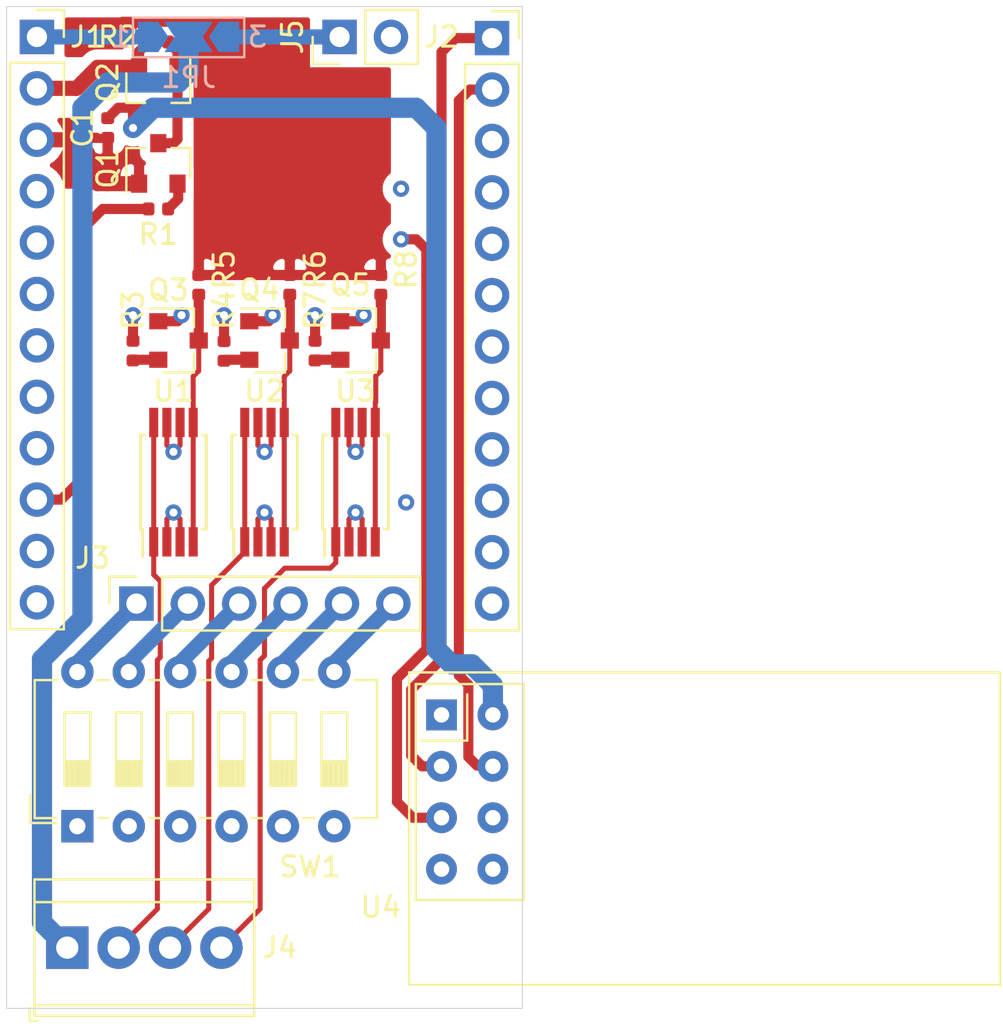
<source format=kicad_pcb>
(kicad_pcb (version 20171130) (host pcbnew "(5.1.0)-1")

  (general
    (thickness 1.6)
    (drawings 4)
    (tracks 233)
    (zones 0)
    (modules 25)
    (nets 34)
  )

  (page A4)
  (layers
    (0 F.Cu signal)
    (1 In1.Cu signal)
    (2 In2.Cu signal hide)
    (31 B.Cu signal)
    (32 B.Adhes user)
    (33 F.Adhes user)
    (34 B.Paste user)
    (35 F.Paste user)
    (36 B.SilkS user)
    (37 F.SilkS user)
    (38 B.Mask user)
    (39 F.Mask user)
    (40 Dwgs.User user)
    (41 Cmts.User user)
    (42 Eco1.User user)
    (43 Eco2.User user)
    (44 Edge.Cuts user)
    (45 Margin user)
    (46 B.CrtYd user)
    (47 F.CrtYd user)
    (48 B.Fab user hide)
    (49 F.Fab user hide)
  )

  (setup
    (last_trace_width 0.5)
    (user_trace_width 0.25)
    (user_trace_width 0.5)
    (user_trace_width 0.75)
    (user_trace_width 1)
    (user_trace_width 1.25)
    (user_trace_width 1.5)
    (user_trace_width 1.75)
    (user_trace_width 2)
    (user_trace_width 2.25)
    (user_trace_width 2.5)
    (trace_clearance 0.2)
    (zone_clearance 0.508)
    (zone_45_only no)
    (trace_min 0.2)
    (via_size 0.8)
    (via_drill 0.4)
    (via_min_size 0.45)
    (via_min_drill 0.2)
    (uvia_size 0.3)
    (uvia_drill 0.1)
    (uvias_allowed no)
    (uvia_min_size 0.2)
    (uvia_min_drill 0.1)
    (edge_width 0.05)
    (segment_width 0.2)
    (pcb_text_width 0.3)
    (pcb_text_size 1.5 1.5)
    (mod_edge_width 0.12)
    (mod_text_size 0.5 0.5)
    (mod_text_width 0.1)
    (pad_size 1.524 1.524)
    (pad_drill 0.762)
    (pad_to_mask_clearance 0)
    (solder_mask_min_width 0.25)
    (aux_axis_origin 0 0)
    (visible_elements 7FFFFFFF)
    (pcbplotparams
      (layerselection 0x010fc_ffffffff)
      (usegerberextensions false)
      (usegerberattributes false)
      (usegerberadvancedattributes false)
      (creategerberjobfile false)
      (excludeedgelayer true)
      (linewidth 0.100000)
      (plotframeref false)
      (viasonmask false)
      (mode 1)
      (useauxorigin false)
      (hpglpennumber 1)
      (hpglpenspeed 20)
      (hpglpendiameter 15.000000)
      (psnegative false)
      (psa4output false)
      (plotreference true)
      (plotvalue true)
      (plotinvisibletext false)
      (padsonsilk false)
      (subtractmaskfromsilk false)
      (outputformat 1)
      (mirror false)
      (drillshape 1)
      (scaleselection 1)
      (outputdirectory ""))
  )

  (net 0 "")
  (net 1 GND)
  (net 2 "Net-(C1-Pad1)")
  (net 3 "Net-(J3-Pad6)")
  (net 4 "Net-(J3-Pad5)")
  (net 5 "Net-(J3-Pad4)")
  (net 6 "Net-(J3-Pad3)")
  (net 7 "Net-(J3-Pad2)")
  (net 8 "Net-(J3-Pad1)")
  (net 9 "Net-(Q1-Pad3)")
  (net 10 "Net-(Q1-Pad2)")
  (net 11 +3V3)
  (net 12 RADIO_PWR)
  (net 13 MISO)
  (net 14 MOSI)
  (net 15 SCK)
  (net 16 CS)
  (net 17 CE)
  (net 18 OUT2)
  (net 19 OUT3)
  (net 20 OUT1)
  (net 21 +5V)
  (net 22 IRQ)
  (net 23 DRV2)
  (net 24 DRV1)
  (net 25 DRV0)
  (net 26 VCCO)
  (net 27 "Net-(J5-Pad1)")
  (net 28 "Net-(Q3-Pad3)")
  (net 29 "Net-(Q3-Pad2)")
  (net 30 "Net-(Q4-Pad3)")
  (net 31 "Net-(Q4-Pad2)")
  (net 32 "Net-(Q5-Pad3)")
  (net 33 "Net-(Q5-Pad2)")

  (net_class Default "This is the default net class."
    (clearance 0.2)
    (trace_width 0.25)
    (via_dia 0.8)
    (via_drill 0.4)
    (uvia_dia 0.3)
    (uvia_drill 0.1)
    (add_net +3V3)
    (add_net +5V)
    (add_net CE)
    (add_net CS)
    (add_net DRV0)
    (add_net DRV1)
    (add_net DRV2)
    (add_net GND)
    (add_net IRQ)
    (add_net MISO)
    (add_net MOSI)
    (add_net "Net-(C1-Pad1)")
    (add_net "Net-(J3-Pad1)")
    (add_net "Net-(J3-Pad2)")
    (add_net "Net-(J3-Pad3)")
    (add_net "Net-(J3-Pad4)")
    (add_net "Net-(J3-Pad5)")
    (add_net "Net-(J3-Pad6)")
    (add_net "Net-(J5-Pad1)")
    (add_net "Net-(Q1-Pad2)")
    (add_net "Net-(Q1-Pad3)")
    (add_net "Net-(Q3-Pad2)")
    (add_net "Net-(Q3-Pad3)")
    (add_net "Net-(Q4-Pad2)")
    (add_net "Net-(Q4-Pad3)")
    (add_net "Net-(Q5-Pad2)")
    (add_net "Net-(Q5-Pad3)")
    (add_net OUT1)
    (add_net OUT2)
    (add_net OUT3)
    (add_net RADIO_PWR)
    (add_net SCK)
    (add_net VCCO)
  )

  (net_class Signal ""
    (clearance 0.2)
    (trace_width 0.381)
    (via_dia 0.45)
    (via_drill 0.2)
    (uvia_dia 0.3)
    (uvia_drill 0.1)
  )

  (module Package_SO:TSSOP-8_4.4x3mm_P0.65mm (layer F.Cu) (tedit 5A02F25C) (tstamp 5EE5D4DA)
    (at 106.75 114 90)
    (descr "8-Lead Plastic Thin Shrink Small Outline (ST)-4.4 mm Body [TSSOP] (see Microchip Packaging Specification 00000049BS.pdf)")
    (tags "SSOP 0.65")
    (path /5EE5491F)
    (attr smd)
    (fp_text reference U1 (at 4.5 0 180) (layer F.SilkS)
      (effects (font (size 1 1) (thickness 0.15)))
    )
    (fp_text value FS8205A (at 0 2.55 90) (layer F.Fab)
      (effects (font (size 1 1) (thickness 0.15)))
    )
    (fp_text user %R (at 0 0 90) (layer F.Fab)
      (effects (font (size 0.7 0.7) (thickness 0.15)))
    )
    (fp_line (start -2.325 -1.525) (end -3.675 -1.525) (layer F.SilkS) (width 0.15))
    (fp_line (start -2.325 1.625) (end 2.325 1.625) (layer F.SilkS) (width 0.15))
    (fp_line (start -2.325 -1.625) (end 2.325 -1.625) (layer F.SilkS) (width 0.15))
    (fp_line (start -2.325 1.625) (end -2.325 1.425) (layer F.SilkS) (width 0.15))
    (fp_line (start 2.325 1.625) (end 2.325 1.425) (layer F.SilkS) (width 0.15))
    (fp_line (start 2.325 -1.625) (end 2.325 -1.425) (layer F.SilkS) (width 0.15))
    (fp_line (start -2.325 -1.625) (end -2.325 -1.525) (layer F.SilkS) (width 0.15))
    (fp_line (start -3.95 1.8) (end 3.95 1.8) (layer F.CrtYd) (width 0.05))
    (fp_line (start -3.95 -1.8) (end 3.95 -1.8) (layer F.CrtYd) (width 0.05))
    (fp_line (start 3.95 -1.8) (end 3.95 1.8) (layer F.CrtYd) (width 0.05))
    (fp_line (start -3.95 -1.8) (end -3.95 1.8) (layer F.CrtYd) (width 0.05))
    (fp_line (start -2.2 -0.5) (end -1.2 -1.5) (layer F.Fab) (width 0.15))
    (fp_line (start -2.2 1.5) (end -2.2 -0.5) (layer F.Fab) (width 0.15))
    (fp_line (start 2.2 1.5) (end -2.2 1.5) (layer F.Fab) (width 0.15))
    (fp_line (start 2.2 -1.5) (end 2.2 1.5) (layer F.Fab) (width 0.15))
    (fp_line (start -1.2 -1.5) (end 2.2 -1.5) (layer F.Fab) (width 0.15))
    (pad 8 smd rect (at 2.95 -0.975 90) (size 1.45 0.45) (layers F.Cu F.Paste F.Mask)
      (net 25 DRV0))
    (pad 7 smd rect (at 2.95 -0.325 90) (size 1.45 0.45) (layers F.Cu F.Paste F.Mask)
      (net 1 GND))
    (pad 6 smd rect (at 2.95 0.325 90) (size 1.45 0.45) (layers F.Cu F.Paste F.Mask)
      (net 1 GND))
    (pad 5 smd rect (at 2.95 0.975 90) (size 1.45 0.45) (layers F.Cu F.Paste F.Mask)
      (net 28 "Net-(Q3-Pad3)"))
    (pad 4 smd rect (at -2.95 0.975 90) (size 1.45 0.45) (layers F.Cu F.Paste F.Mask)
      (net 28 "Net-(Q3-Pad3)"))
    (pad 3 smd rect (at -2.95 0.325 90) (size 1.45 0.45) (layers F.Cu F.Paste F.Mask)
      (net 1 GND))
    (pad 2 smd rect (at -2.95 -0.325 90) (size 1.45 0.45) (layers F.Cu F.Paste F.Mask)
      (net 1 GND))
    (pad 1 smd rect (at -2.95 -0.975 90) (size 1.45 0.45) (layers F.Cu F.Paste F.Mask)
      (net 25 DRV0))
    (model ${KISYS3DMOD}/Package_SO.3dshapes/TSSOP-8_4.4x3mm_P0.65mm.wrl
      (at (xyz 0 0 0))
      (scale (xyz 1 1 1))
      (rotate (xyz 0 0 0))
    )
  )

  (module Package_SO:TSSOP-8_4.4x3mm_P0.65mm (layer F.Cu) (tedit 5A02F25C) (tstamp 5EE5975A)
    (at 115.75 114 90)
    (descr "8-Lead Plastic Thin Shrink Small Outline (ST)-4.4 mm Body [TSSOP] (see Microchip Packaging Specification 00000049BS.pdf)")
    (tags "SSOP 0.65")
    (path /5EEF5F90)
    (attr smd)
    (fp_text reference U3 (at 4.5 0 180) (layer F.SilkS)
      (effects (font (size 1 1) (thickness 0.15)))
    )
    (fp_text value FS8205A (at 0 2.55 90) (layer F.Fab)
      (effects (font (size 1 1) (thickness 0.15)))
    )
    (fp_text user %R (at 0 0 90) (layer F.Fab)
      (effects (font (size 0.7 0.7) (thickness 0.15)))
    )
    (fp_line (start -2.325 -1.525) (end -3.675 -1.525) (layer F.SilkS) (width 0.15))
    (fp_line (start -2.325 1.625) (end 2.325 1.625) (layer F.SilkS) (width 0.15))
    (fp_line (start -2.325 -1.625) (end 2.325 -1.625) (layer F.SilkS) (width 0.15))
    (fp_line (start -2.325 1.625) (end -2.325 1.425) (layer F.SilkS) (width 0.15))
    (fp_line (start 2.325 1.625) (end 2.325 1.425) (layer F.SilkS) (width 0.15))
    (fp_line (start 2.325 -1.625) (end 2.325 -1.425) (layer F.SilkS) (width 0.15))
    (fp_line (start -2.325 -1.625) (end -2.325 -1.525) (layer F.SilkS) (width 0.15))
    (fp_line (start -3.95 1.8) (end 3.95 1.8) (layer F.CrtYd) (width 0.05))
    (fp_line (start -3.95 -1.8) (end 3.95 -1.8) (layer F.CrtYd) (width 0.05))
    (fp_line (start 3.95 -1.8) (end 3.95 1.8) (layer F.CrtYd) (width 0.05))
    (fp_line (start -3.95 -1.8) (end -3.95 1.8) (layer F.CrtYd) (width 0.05))
    (fp_line (start -2.2 -0.5) (end -1.2 -1.5) (layer F.Fab) (width 0.15))
    (fp_line (start -2.2 1.5) (end -2.2 -0.5) (layer F.Fab) (width 0.15))
    (fp_line (start 2.2 1.5) (end -2.2 1.5) (layer F.Fab) (width 0.15))
    (fp_line (start 2.2 -1.5) (end 2.2 1.5) (layer F.Fab) (width 0.15))
    (fp_line (start -1.2 -1.5) (end 2.2 -1.5) (layer F.Fab) (width 0.15))
    (pad 8 smd rect (at 2.95 -0.975 90) (size 1.45 0.45) (layers F.Cu F.Paste F.Mask)
      (net 23 DRV2))
    (pad 7 smd rect (at 2.95 -0.325 90) (size 1.45 0.45) (layers F.Cu F.Paste F.Mask)
      (net 1 GND))
    (pad 6 smd rect (at 2.95 0.325 90) (size 1.45 0.45) (layers F.Cu F.Paste F.Mask)
      (net 1 GND))
    (pad 5 smd rect (at 2.95 0.975 90) (size 1.45 0.45) (layers F.Cu F.Paste F.Mask)
      (net 32 "Net-(Q5-Pad3)"))
    (pad 4 smd rect (at -2.95 0.975 90) (size 1.45 0.45) (layers F.Cu F.Paste F.Mask)
      (net 32 "Net-(Q5-Pad3)"))
    (pad 3 smd rect (at -2.95 0.325 90) (size 1.45 0.45) (layers F.Cu F.Paste F.Mask)
      (net 1 GND))
    (pad 2 smd rect (at -2.95 -0.325 90) (size 1.45 0.45) (layers F.Cu F.Paste F.Mask)
      (net 1 GND))
    (pad 1 smd rect (at -2.95 -0.975 90) (size 1.45 0.45) (layers F.Cu F.Paste F.Mask)
      (net 23 DRV2))
    (model ${KISYS3DMOD}/Package_SO.3dshapes/TSSOP-8_4.4x3mm_P0.65mm.wrl
      (at (xyz 0 0 0))
      (scale (xyz 1 1 1))
      (rotate (xyz 0 0 0))
    )
  )

  (module Package_SO:TSSOP-8_4.4x3mm_P0.65mm (layer F.Cu) (tedit 5A02F25C) (tstamp 5EE5973D)
    (at 111.25 114 90)
    (descr "8-Lead Plastic Thin Shrink Small Outline (ST)-4.4 mm Body [TSSOP] (see Microchip Packaging Specification 00000049BS.pdf)")
    (tags "SSOP 0.65")
    (path /5EEC3548)
    (attr smd)
    (fp_text reference U2 (at 4.5 0 180) (layer F.SilkS)
      (effects (font (size 1 1) (thickness 0.15)))
    )
    (fp_text value FS8205A (at 0 2.55 90) (layer F.Fab)
      (effects (font (size 1 1) (thickness 0.15)))
    )
    (fp_text user %R (at 0 0 90) (layer F.Fab)
      (effects (font (size 0.7 0.7) (thickness 0.15)))
    )
    (fp_line (start -2.325 -1.525) (end -3.675 -1.525) (layer F.SilkS) (width 0.15))
    (fp_line (start -2.325 1.625) (end 2.325 1.625) (layer F.SilkS) (width 0.15))
    (fp_line (start -2.325 -1.625) (end 2.325 -1.625) (layer F.SilkS) (width 0.15))
    (fp_line (start -2.325 1.625) (end -2.325 1.425) (layer F.SilkS) (width 0.15))
    (fp_line (start 2.325 1.625) (end 2.325 1.425) (layer F.SilkS) (width 0.15))
    (fp_line (start 2.325 -1.625) (end 2.325 -1.425) (layer F.SilkS) (width 0.15))
    (fp_line (start -2.325 -1.625) (end -2.325 -1.525) (layer F.SilkS) (width 0.15))
    (fp_line (start -3.95 1.8) (end 3.95 1.8) (layer F.CrtYd) (width 0.05))
    (fp_line (start -3.95 -1.8) (end 3.95 -1.8) (layer F.CrtYd) (width 0.05))
    (fp_line (start 3.95 -1.8) (end 3.95 1.8) (layer F.CrtYd) (width 0.05))
    (fp_line (start -3.95 -1.8) (end -3.95 1.8) (layer F.CrtYd) (width 0.05))
    (fp_line (start -2.2 -0.5) (end -1.2 -1.5) (layer F.Fab) (width 0.15))
    (fp_line (start -2.2 1.5) (end -2.2 -0.5) (layer F.Fab) (width 0.15))
    (fp_line (start 2.2 1.5) (end -2.2 1.5) (layer F.Fab) (width 0.15))
    (fp_line (start 2.2 -1.5) (end 2.2 1.5) (layer F.Fab) (width 0.15))
    (fp_line (start -1.2 -1.5) (end 2.2 -1.5) (layer F.Fab) (width 0.15))
    (pad 8 smd rect (at 2.95 -0.975 90) (size 1.45 0.45) (layers F.Cu F.Paste F.Mask)
      (net 24 DRV1))
    (pad 7 smd rect (at 2.95 -0.325 90) (size 1.45 0.45) (layers F.Cu F.Paste F.Mask)
      (net 1 GND))
    (pad 6 smd rect (at 2.95 0.325 90) (size 1.45 0.45) (layers F.Cu F.Paste F.Mask)
      (net 1 GND))
    (pad 5 smd rect (at 2.95 0.975 90) (size 1.45 0.45) (layers F.Cu F.Paste F.Mask)
      (net 30 "Net-(Q4-Pad3)"))
    (pad 4 smd rect (at -2.95 0.975 90) (size 1.45 0.45) (layers F.Cu F.Paste F.Mask)
      (net 30 "Net-(Q4-Pad3)"))
    (pad 3 smd rect (at -2.95 0.325 90) (size 1.45 0.45) (layers F.Cu F.Paste F.Mask)
      (net 1 GND))
    (pad 2 smd rect (at -2.95 -0.325 90) (size 1.45 0.45) (layers F.Cu F.Paste F.Mask)
      (net 1 GND))
    (pad 1 smd rect (at -2.95 -0.975 90) (size 1.45 0.45) (layers F.Cu F.Paste F.Mask)
      (net 24 DRV1))
    (model ${KISYS3DMOD}/Package_SO.3dshapes/TSSOP-8_4.4x3mm_P0.65mm.wrl
      (at (xyz 0 0 0))
      (scale (xyz 1 1 1))
      (rotate (xyz 0 0 0))
    )
  )

  (module Resistor_SMD:R_0402_1005Metric (layer F.Cu) (tedit 5B301BBD) (tstamp 5EE59510)
    (at 117 104.25 90)
    (descr "Resistor SMD 0402 (1005 Metric), square (rectangular) end terminal, IPC_7351 nominal, (Body size source: http://www.tortai-tech.com/upload/download/2011102023233369053.pdf), generated with kicad-footprint-generator")
    (tags resistor)
    (path /5EEF5F9D)
    (attr smd)
    (fp_text reference R8 (at 0.75 1.25 90) (layer F.SilkS)
      (effects (font (size 1 1) (thickness 0.15)))
    )
    (fp_text value 10k (at 0 1.17 90) (layer F.Fab)
      (effects (font (size 1 1) (thickness 0.15)))
    )
    (fp_text user %R (at 0 0 90) (layer F.Fab)
      (effects (font (size 0.25 0.25) (thickness 0.04)))
    )
    (fp_line (start 0.93 0.47) (end -0.93 0.47) (layer F.CrtYd) (width 0.05))
    (fp_line (start 0.93 -0.47) (end 0.93 0.47) (layer F.CrtYd) (width 0.05))
    (fp_line (start -0.93 -0.47) (end 0.93 -0.47) (layer F.CrtYd) (width 0.05))
    (fp_line (start -0.93 0.47) (end -0.93 -0.47) (layer F.CrtYd) (width 0.05))
    (fp_line (start 0.5 0.25) (end -0.5 0.25) (layer F.Fab) (width 0.1))
    (fp_line (start 0.5 -0.25) (end 0.5 0.25) (layer F.Fab) (width 0.1))
    (fp_line (start -0.5 -0.25) (end 0.5 -0.25) (layer F.Fab) (width 0.1))
    (fp_line (start -0.5 0.25) (end -0.5 -0.25) (layer F.Fab) (width 0.1))
    (pad 2 smd roundrect (at 0.485 0 90) (size 0.59 0.64) (layers F.Cu F.Paste F.Mask) (roundrect_rratio 0.25)
      (net 21 +5V))
    (pad 1 smd roundrect (at -0.485 0 90) (size 0.59 0.64) (layers F.Cu F.Paste F.Mask) (roundrect_rratio 0.25)
      (net 32 "Net-(Q5-Pad3)"))
    (model ${KISYS3DMOD}/Resistor_SMD.3dshapes/R_0402_1005Metric.wrl
      (at (xyz 0 0 0))
      (scale (xyz 1 1 1))
      (rotate (xyz 0 0 0))
    )
  )

  (module Resistor_SMD:R_0402_1005Metric (layer F.Cu) (tedit 5B301BBD) (tstamp 5EE59501)
    (at 113.75 107.5 270)
    (descr "Resistor SMD 0402 (1005 Metric), square (rectangular) end terminal, IPC_7351 nominal, (Body size source: http://www.tortai-tech.com/upload/download/2011102023233369053.pdf), generated with kicad-footprint-generator")
    (tags resistor)
    (path /5EEF5FCD)
    (attr smd)
    (fp_text reference R7 (at -2 0 270) (layer F.SilkS)
      (effects (font (size 1 1) (thickness 0.15)))
    )
    (fp_text value 1k (at 0 1.17 270) (layer F.Fab)
      (effects (font (size 1 1) (thickness 0.15)))
    )
    (fp_text user %R (at 0 0 270) (layer F.Fab)
      (effects (font (size 0.25 0.25) (thickness 0.04)))
    )
    (fp_line (start 0.93 0.47) (end -0.93 0.47) (layer F.CrtYd) (width 0.05))
    (fp_line (start 0.93 -0.47) (end 0.93 0.47) (layer F.CrtYd) (width 0.05))
    (fp_line (start -0.93 -0.47) (end 0.93 -0.47) (layer F.CrtYd) (width 0.05))
    (fp_line (start -0.93 0.47) (end -0.93 -0.47) (layer F.CrtYd) (width 0.05))
    (fp_line (start 0.5 0.25) (end -0.5 0.25) (layer F.Fab) (width 0.1))
    (fp_line (start 0.5 -0.25) (end 0.5 0.25) (layer F.Fab) (width 0.1))
    (fp_line (start -0.5 -0.25) (end 0.5 -0.25) (layer F.Fab) (width 0.1))
    (fp_line (start -0.5 0.25) (end -0.5 -0.25) (layer F.Fab) (width 0.1))
    (pad 2 smd roundrect (at 0.485 0 270) (size 0.59 0.64) (layers F.Cu F.Paste F.Mask) (roundrect_rratio 0.25)
      (net 33 "Net-(Q5-Pad2)"))
    (pad 1 smd roundrect (at -0.485 0 270) (size 0.59 0.64) (layers F.Cu F.Paste F.Mask) (roundrect_rratio 0.25)
      (net 19 OUT3))
    (model ${KISYS3DMOD}/Resistor_SMD.3dshapes/R_0402_1005Metric.wrl
      (at (xyz 0 0 0))
      (scale (xyz 1 1 1))
      (rotate (xyz 0 0 0))
    )
  )

  (module Resistor_SMD:R_0402_1005Metric (layer F.Cu) (tedit 5B301BBD) (tstamp 5EE594F2)
    (at 112.5 104.25 90)
    (descr "Resistor SMD 0402 (1005 Metric), square (rectangular) end terminal, IPC_7351 nominal, (Body size source: http://www.tortai-tech.com/upload/download/2011102023233369053.pdf), generated with kicad-footprint-generator")
    (tags resistor)
    (path /5EEC3555)
    (attr smd)
    (fp_text reference R6 (at 0.75 1.25 90) (layer F.SilkS)
      (effects (font (size 1 1) (thickness 0.15)))
    )
    (fp_text value 10k (at 0 1.17 90) (layer F.Fab)
      (effects (font (size 1 1) (thickness 0.15)))
    )
    (fp_text user %R (at 0 0 90) (layer F.Fab)
      (effects (font (size 0.25 0.25) (thickness 0.04)))
    )
    (fp_line (start 0.93 0.47) (end -0.93 0.47) (layer F.CrtYd) (width 0.05))
    (fp_line (start 0.93 -0.47) (end 0.93 0.47) (layer F.CrtYd) (width 0.05))
    (fp_line (start -0.93 -0.47) (end 0.93 -0.47) (layer F.CrtYd) (width 0.05))
    (fp_line (start -0.93 0.47) (end -0.93 -0.47) (layer F.CrtYd) (width 0.05))
    (fp_line (start 0.5 0.25) (end -0.5 0.25) (layer F.Fab) (width 0.1))
    (fp_line (start 0.5 -0.25) (end 0.5 0.25) (layer F.Fab) (width 0.1))
    (fp_line (start -0.5 -0.25) (end 0.5 -0.25) (layer F.Fab) (width 0.1))
    (fp_line (start -0.5 0.25) (end -0.5 -0.25) (layer F.Fab) (width 0.1))
    (pad 2 smd roundrect (at 0.485 0 90) (size 0.59 0.64) (layers F.Cu F.Paste F.Mask) (roundrect_rratio 0.25)
      (net 21 +5V))
    (pad 1 smd roundrect (at -0.485 0 90) (size 0.59 0.64) (layers F.Cu F.Paste F.Mask) (roundrect_rratio 0.25)
      (net 30 "Net-(Q4-Pad3)"))
    (model ${KISYS3DMOD}/Resistor_SMD.3dshapes/R_0402_1005Metric.wrl
      (at (xyz 0 0 0))
      (scale (xyz 1 1 1))
      (rotate (xyz 0 0 0))
    )
  )

  (module Resistor_SMD:R_0402_1005Metric (layer F.Cu) (tedit 5B301BBD) (tstamp 5EE594E3)
    (at 108 104.25 90)
    (descr "Resistor SMD 0402 (1005 Metric), square (rectangular) end terminal, IPC_7351 nominal, (Body size source: http://www.tortai-tech.com/upload/download/2011102023233369053.pdf), generated with kicad-footprint-generator")
    (tags resistor)
    (path /5EE9B50F)
    (attr smd)
    (fp_text reference R5 (at 0.75 1.25 270) (layer F.SilkS)
      (effects (font (size 1 1) (thickness 0.15)))
    )
    (fp_text value 10k (at 0 1.17 90) (layer F.Fab)
      (effects (font (size 1 1) (thickness 0.15)))
    )
    (fp_text user %R (at 0 0 90) (layer F.Fab)
      (effects (font (size 0.25 0.25) (thickness 0.04)))
    )
    (fp_line (start 0.93 0.47) (end -0.93 0.47) (layer F.CrtYd) (width 0.05))
    (fp_line (start 0.93 -0.47) (end 0.93 0.47) (layer F.CrtYd) (width 0.05))
    (fp_line (start -0.93 -0.47) (end 0.93 -0.47) (layer F.CrtYd) (width 0.05))
    (fp_line (start -0.93 0.47) (end -0.93 -0.47) (layer F.CrtYd) (width 0.05))
    (fp_line (start 0.5 0.25) (end -0.5 0.25) (layer F.Fab) (width 0.1))
    (fp_line (start 0.5 -0.25) (end 0.5 0.25) (layer F.Fab) (width 0.1))
    (fp_line (start -0.5 -0.25) (end 0.5 -0.25) (layer F.Fab) (width 0.1))
    (fp_line (start -0.5 0.25) (end -0.5 -0.25) (layer F.Fab) (width 0.1))
    (pad 2 smd roundrect (at 0.485 0 90) (size 0.59 0.64) (layers F.Cu F.Paste F.Mask) (roundrect_rratio 0.25)
      (net 21 +5V))
    (pad 1 smd roundrect (at -0.485 0 90) (size 0.59 0.64) (layers F.Cu F.Paste F.Mask) (roundrect_rratio 0.25)
      (net 28 "Net-(Q3-Pad3)"))
    (model ${KISYS3DMOD}/Resistor_SMD.3dshapes/R_0402_1005Metric.wrl
      (at (xyz 0 0 0))
      (scale (xyz 1 1 1))
      (rotate (xyz 0 0 0))
    )
  )

  (module Resistor_SMD:R_0402_1005Metric (layer F.Cu) (tedit 5B301BBD) (tstamp 5EE594D4)
    (at 109.25 107.515 270)
    (descr "Resistor SMD 0402 (1005 Metric), square (rectangular) end terminal, IPC_7351 nominal, (Body size source: http://www.tortai-tech.com/upload/download/2011102023233369053.pdf), generated with kicad-footprint-generator")
    (tags resistor)
    (path /5EEC3585)
    (attr smd)
    (fp_text reference R4 (at -2.015 0 270) (layer F.SilkS)
      (effects (font (size 1 1) (thickness 0.15)))
    )
    (fp_text value 1k (at 0 1.17 270) (layer F.Fab)
      (effects (font (size 1 1) (thickness 0.15)))
    )
    (fp_text user %R (at 0 0 270) (layer F.Fab)
      (effects (font (size 0.25 0.25) (thickness 0.04)))
    )
    (fp_line (start 0.93 0.47) (end -0.93 0.47) (layer F.CrtYd) (width 0.05))
    (fp_line (start 0.93 -0.47) (end 0.93 0.47) (layer F.CrtYd) (width 0.05))
    (fp_line (start -0.93 -0.47) (end 0.93 -0.47) (layer F.CrtYd) (width 0.05))
    (fp_line (start -0.93 0.47) (end -0.93 -0.47) (layer F.CrtYd) (width 0.05))
    (fp_line (start 0.5 0.25) (end -0.5 0.25) (layer F.Fab) (width 0.1))
    (fp_line (start 0.5 -0.25) (end 0.5 0.25) (layer F.Fab) (width 0.1))
    (fp_line (start -0.5 -0.25) (end 0.5 -0.25) (layer F.Fab) (width 0.1))
    (fp_line (start -0.5 0.25) (end -0.5 -0.25) (layer F.Fab) (width 0.1))
    (pad 2 smd roundrect (at 0.485 0 270) (size 0.59 0.64) (layers F.Cu F.Paste F.Mask) (roundrect_rratio 0.25)
      (net 31 "Net-(Q4-Pad2)"))
    (pad 1 smd roundrect (at -0.485 0 270) (size 0.59 0.64) (layers F.Cu F.Paste F.Mask) (roundrect_rratio 0.25)
      (net 18 OUT2))
    (model ${KISYS3DMOD}/Resistor_SMD.3dshapes/R_0402_1005Metric.wrl
      (at (xyz 0 0 0))
      (scale (xyz 1 1 1))
      (rotate (xyz 0 0 0))
    )
  )

  (module Resistor_SMD:R_0402_1005Metric (layer F.Cu) (tedit 5B301BBD) (tstamp 5EE594C5)
    (at 104.75 107.5 270)
    (descr "Resistor SMD 0402 (1005 Metric), square (rectangular) end terminal, IPC_7351 nominal, (Body size source: http://www.tortai-tech.com/upload/download/2011102023233369053.pdf), generated with kicad-footprint-generator")
    (tags resistor)
    (path /5EEABE82)
    (attr smd)
    (fp_text reference R3 (at -2 0 270) (layer F.SilkS)
      (effects (font (size 1 1) (thickness 0.15)))
    )
    (fp_text value 1k (at 0 1.17 270) (layer F.Fab)
      (effects (font (size 1 1) (thickness 0.15)))
    )
    (fp_text user %R (at 0 0 270) (layer F.Fab)
      (effects (font (size 0.25 0.25) (thickness 0.04)))
    )
    (fp_line (start 0.93 0.47) (end -0.93 0.47) (layer F.CrtYd) (width 0.05))
    (fp_line (start 0.93 -0.47) (end 0.93 0.47) (layer F.CrtYd) (width 0.05))
    (fp_line (start -0.93 -0.47) (end 0.93 -0.47) (layer F.CrtYd) (width 0.05))
    (fp_line (start -0.93 0.47) (end -0.93 -0.47) (layer F.CrtYd) (width 0.05))
    (fp_line (start 0.5 0.25) (end -0.5 0.25) (layer F.Fab) (width 0.1))
    (fp_line (start 0.5 -0.25) (end 0.5 0.25) (layer F.Fab) (width 0.1))
    (fp_line (start -0.5 -0.25) (end 0.5 -0.25) (layer F.Fab) (width 0.1))
    (fp_line (start -0.5 0.25) (end -0.5 -0.25) (layer F.Fab) (width 0.1))
    (pad 2 smd roundrect (at 0.485 0 270) (size 0.59 0.64) (layers F.Cu F.Paste F.Mask) (roundrect_rratio 0.25)
      (net 29 "Net-(Q3-Pad2)"))
    (pad 1 smd roundrect (at -0.485 0 270) (size 0.59 0.64) (layers F.Cu F.Paste F.Mask) (roundrect_rratio 0.25)
      (net 20 OUT1))
    (model ${KISYS3DMOD}/Resistor_SMD.3dshapes/R_0402_1005Metric.wrl
      (at (xyz 0 0 0))
      (scale (xyz 1 1 1))
      (rotate (xyz 0 0 0))
    )
  )

  (module Package_TO_SOT_SMD:SOT-23 (layer F.Cu) (tedit 5A02FF57) (tstamp 5EE5949A)
    (at 116 107)
    (descr "SOT-23, Standard")
    (tags SOT-23)
    (path /5EEF5F97)
    (attr smd)
    (fp_text reference Q5 (at -0.5 -2.75) (layer F.SilkS)
      (effects (font (size 1 1) (thickness 0.15)))
    )
    (fp_text value 2N3904 (at 0 2.5) (layer F.Fab)
      (effects (font (size 1 1) (thickness 0.15)))
    )
    (fp_line (start 0.76 1.58) (end -0.7 1.58) (layer F.SilkS) (width 0.12))
    (fp_line (start 0.76 -1.58) (end -1.4 -1.58) (layer F.SilkS) (width 0.12))
    (fp_line (start -1.7 1.75) (end -1.7 -1.75) (layer F.CrtYd) (width 0.05))
    (fp_line (start 1.7 1.75) (end -1.7 1.75) (layer F.CrtYd) (width 0.05))
    (fp_line (start 1.7 -1.75) (end 1.7 1.75) (layer F.CrtYd) (width 0.05))
    (fp_line (start -1.7 -1.75) (end 1.7 -1.75) (layer F.CrtYd) (width 0.05))
    (fp_line (start 0.76 -1.58) (end 0.76 -0.65) (layer F.SilkS) (width 0.12))
    (fp_line (start 0.76 1.58) (end 0.76 0.65) (layer F.SilkS) (width 0.12))
    (fp_line (start -0.7 1.52) (end 0.7 1.52) (layer F.Fab) (width 0.1))
    (fp_line (start 0.7 -1.52) (end 0.7 1.52) (layer F.Fab) (width 0.1))
    (fp_line (start -0.7 -0.95) (end -0.15 -1.52) (layer F.Fab) (width 0.1))
    (fp_line (start -0.15 -1.52) (end 0.7 -1.52) (layer F.Fab) (width 0.1))
    (fp_line (start -0.7 -0.95) (end -0.7 1.5) (layer F.Fab) (width 0.1))
    (fp_text user %R (at 0 0 90) (layer F.Fab)
      (effects (font (size 0.5 0.5) (thickness 0.075)))
    )
    (pad 3 smd rect (at 1 0) (size 0.9 0.8) (layers F.Cu F.Paste F.Mask)
      (net 32 "Net-(Q5-Pad3)"))
    (pad 2 smd rect (at -1 0.95) (size 0.9 0.8) (layers F.Cu F.Paste F.Mask)
      (net 33 "Net-(Q5-Pad2)"))
    (pad 1 smd rect (at -1 -0.95) (size 0.9 0.8) (layers F.Cu F.Paste F.Mask)
      (net 1 GND))
    (model ${KISYS3DMOD}/Package_TO_SOT_SMD.3dshapes/SOT-23.wrl
      (at (xyz 0 0 0))
      (scale (xyz 1 1 1))
      (rotate (xyz 0 0 0))
    )
  )

  (module Package_TO_SOT_SMD:SOT-23 (layer F.Cu) (tedit 5A02FF57) (tstamp 5EE59485)
    (at 111.5 107)
    (descr "SOT-23, Standard")
    (tags SOT-23)
    (path /5EEC354F)
    (attr smd)
    (fp_text reference Q4 (at -0.5 -2.5) (layer F.SilkS)
      (effects (font (size 1 1) (thickness 0.15)))
    )
    (fp_text value 2N3904 (at 0 2.5) (layer F.Fab)
      (effects (font (size 1 1) (thickness 0.15)))
    )
    (fp_line (start 0.76 1.58) (end -0.7 1.58) (layer F.SilkS) (width 0.12))
    (fp_line (start 0.76 -1.58) (end -1.4 -1.58) (layer F.SilkS) (width 0.12))
    (fp_line (start -1.7 1.75) (end -1.7 -1.75) (layer F.CrtYd) (width 0.05))
    (fp_line (start 1.7 1.75) (end -1.7 1.75) (layer F.CrtYd) (width 0.05))
    (fp_line (start 1.7 -1.75) (end 1.7 1.75) (layer F.CrtYd) (width 0.05))
    (fp_line (start -1.7 -1.75) (end 1.7 -1.75) (layer F.CrtYd) (width 0.05))
    (fp_line (start 0.76 -1.58) (end 0.76 -0.65) (layer F.SilkS) (width 0.12))
    (fp_line (start 0.76 1.58) (end 0.76 0.65) (layer F.SilkS) (width 0.12))
    (fp_line (start -0.7 1.52) (end 0.7 1.52) (layer F.Fab) (width 0.1))
    (fp_line (start 0.7 -1.52) (end 0.7 1.52) (layer F.Fab) (width 0.1))
    (fp_line (start -0.7 -0.95) (end -0.15 -1.52) (layer F.Fab) (width 0.1))
    (fp_line (start -0.15 -1.52) (end 0.7 -1.52) (layer F.Fab) (width 0.1))
    (fp_line (start -0.7 -0.95) (end -0.7 1.5) (layer F.Fab) (width 0.1))
    (fp_text user %R (at 0 0 90) (layer F.Fab)
      (effects (font (size 0.5 0.5) (thickness 0.075)))
    )
    (pad 3 smd rect (at 1 0) (size 0.9 0.8) (layers F.Cu F.Paste F.Mask)
      (net 30 "Net-(Q4-Pad3)"))
    (pad 2 smd rect (at -1 0.95) (size 0.9 0.8) (layers F.Cu F.Paste F.Mask)
      (net 31 "Net-(Q4-Pad2)"))
    (pad 1 smd rect (at -1 -0.95) (size 0.9 0.8) (layers F.Cu F.Paste F.Mask)
      (net 1 GND))
    (model ${KISYS3DMOD}/Package_TO_SOT_SMD.3dshapes/SOT-23.wrl
      (at (xyz 0 0 0))
      (scale (xyz 1 1 1))
      (rotate (xyz 0 0 0))
    )
  )

  (module Package_TO_SOT_SMD:SOT-23 (layer F.Cu) (tedit 5A02FF57) (tstamp 5EE59470)
    (at 107 107)
    (descr "SOT-23, Standard")
    (tags SOT-23)
    (path /5EE884FA)
    (attr smd)
    (fp_text reference Q3 (at -0.5 -2.5) (layer F.SilkS)
      (effects (font (size 1 1) (thickness 0.15)))
    )
    (fp_text value 2N3904 (at 0 2.5) (layer F.Fab)
      (effects (font (size 1 1) (thickness 0.15)))
    )
    (fp_line (start 0.76 1.58) (end -0.7 1.58) (layer F.SilkS) (width 0.12))
    (fp_line (start 0.76 -1.58) (end -1.4 -1.58) (layer F.SilkS) (width 0.12))
    (fp_line (start -1.7 1.75) (end -1.7 -1.75) (layer F.CrtYd) (width 0.05))
    (fp_line (start 1.7 1.75) (end -1.7 1.75) (layer F.CrtYd) (width 0.05))
    (fp_line (start 1.7 -1.75) (end 1.7 1.75) (layer F.CrtYd) (width 0.05))
    (fp_line (start -1.7 -1.75) (end 1.7 -1.75) (layer F.CrtYd) (width 0.05))
    (fp_line (start 0.76 -1.58) (end 0.76 -0.65) (layer F.SilkS) (width 0.12))
    (fp_line (start 0.76 1.58) (end 0.76 0.65) (layer F.SilkS) (width 0.12))
    (fp_line (start -0.7 1.52) (end 0.7 1.52) (layer F.Fab) (width 0.1))
    (fp_line (start 0.7 -1.52) (end 0.7 1.52) (layer F.Fab) (width 0.1))
    (fp_line (start -0.7 -0.95) (end -0.15 -1.52) (layer F.Fab) (width 0.1))
    (fp_line (start -0.15 -1.52) (end 0.7 -1.52) (layer F.Fab) (width 0.1))
    (fp_line (start -0.7 -0.95) (end -0.7 1.5) (layer F.Fab) (width 0.1))
    (fp_text user %R (at 0 0 90) (layer F.Fab)
      (effects (font (size 0.5 0.5) (thickness 0.075)))
    )
    (pad 3 smd rect (at 1 0) (size 0.9 0.8) (layers F.Cu F.Paste F.Mask)
      (net 28 "Net-(Q3-Pad3)"))
    (pad 2 smd rect (at -1 0.95) (size 0.9 0.8) (layers F.Cu F.Paste F.Mask)
      (net 29 "Net-(Q3-Pad2)"))
    (pad 1 smd rect (at -1 -0.95) (size 0.9 0.8) (layers F.Cu F.Paste F.Mask)
      (net 1 GND))
    (model ${KISYS3DMOD}/Package_TO_SOT_SMD.3dshapes/SOT-23.wrl
      (at (xyz 0 0 0))
      (scale (xyz 1 1 1))
      (rotate (xyz 0 0 0))
    )
  )

  (module Jumper:SolderJumper-3_P2.0mm_Open_TrianglePad1.0x1.5mm_NumberLabels (layer B.Cu) (tedit 5A6480B6) (tstamp 5EE5940B)
    (at 107.5 92)
    (descr "SMD Solder Jumper, 1x1.5mm Triangular Pads, 0.3mm gap, open, labeled with numbers")
    (tags "solder jumper open")
    (path /5EF1E891)
    (attr virtual)
    (fp_text reference JP1 (at 0 2) (layer B.SilkS)
      (effects (font (size 1 1) (thickness 0.15)) (justify mirror))
    )
    (fp_text value SolderJumper_3_Open (at 0.725 -1.925) (layer B.Fab)
      (effects (font (size 1 1) (thickness 0.15)) (justify mirror))
    )
    (fp_line (start 3 -1.25) (end -2.98 -1.25) (layer B.CrtYd) (width 0.05))
    (fp_line (start 3 -1.25) (end 3 1.27) (layer B.CrtYd) (width 0.05))
    (fp_line (start -2.98 1.27) (end -2.98 -1.25) (layer B.CrtYd) (width 0.05))
    (fp_line (start -2.98 1.27) (end 3 1.27) (layer B.CrtYd) (width 0.05))
    (fp_line (start -2.75 1) (end 2.75 1) (layer B.SilkS) (width 0.12))
    (fp_line (start 2.75 1) (end 2.75 -0.95) (layer B.SilkS) (width 0.12))
    (fp_line (start 2.75 -0.95) (end -2.75 -0.95) (layer B.SilkS) (width 0.12))
    (fp_line (start -2.75 -0.95) (end -2.75 1) (layer B.SilkS) (width 0.12))
    (fp_text user 1 (at -3.35 0) (layer B.SilkS)
      (effects (font (size 1 1) (thickness 0.15)) (justify mirror))
    )
    (fp_text user 3 (at 3.4 0) (layer B.SilkS)
      (effects (font (size 1 1) (thickness 0.15)) (justify mirror))
    )
    (pad 3 smd custom (at 2 0 180) (size 0.3 0.3) (layers B.Cu B.Mask)
      (net 27 "Net-(J5-Pad1)") (zone_connect 2)
      (options (clearance outline) (anchor rect))
      (primitives
        (gr_poly (pts
           (xy -0.5 0.75) (xy 0.5 0.75) (xy 1 0) (xy 0.5 -0.75) (xy -0.5 -0.75)
) (width 0))
      ))
    (pad 2 smd custom (at 0 0) (size 0.3 0.3) (layers B.Cu)
      (net 26 VCCO) (zone_connect 2)
      (options (clearance outline) (anchor rect))
      (primitives
        (gr_poly (pts
           (xy -1.2 0.75) (xy 1.2 0.75) (xy 0.7 0) (xy 1.2 -0.75) (xy -1.2 -0.75)
           (xy -0.7 0)) (width 0))
      ))
    (pad 1 smd custom (at -2 0) (size 0.3 0.3) (layers B.Cu B.Mask)
      (net 21 +5V) (zone_connect 2)
      (options (clearance outline) (anchor rect))
      (primitives
        (gr_poly (pts
           (xy -0.5 0.75) (xy 0.5 0.75) (xy 1 0) (xy 0.5 -0.75) (xy -0.5 -0.75)
) (width 0))
      ))
    (pad "" smd rect (at -1.2 0) (size 1.5 1.5) (layers B.Mask))
    (pad "" smd rect (at 1.2 0) (size 1.5 1.5) (layers B.Mask))
  )

  (module Connector_PinHeader_2.54mm:PinHeader_1x02_P2.54mm_Vertical (layer F.Cu) (tedit 59FED5CC) (tstamp 5EE593F8)
    (at 114.96 92 90)
    (descr "Through hole straight pin header, 1x02, 2.54mm pitch, single row")
    (tags "Through hole pin header THT 1x02 2.54mm single row")
    (path /5EF21204)
    (fp_text reference J5 (at 0 -2.33 90) (layer F.SilkS)
      (effects (font (size 1 1) (thickness 0.15)))
    )
    (fp_text value ExtVCC (at 0 4.87 90) (layer F.Fab)
      (effects (font (size 1 1) (thickness 0.15)))
    )
    (fp_text user %R (at 0 1.27 180) (layer F.Fab)
      (effects (font (size 1 1) (thickness 0.15)))
    )
    (fp_line (start 1.8 -1.8) (end -1.8 -1.8) (layer F.CrtYd) (width 0.05))
    (fp_line (start 1.8 4.35) (end 1.8 -1.8) (layer F.CrtYd) (width 0.05))
    (fp_line (start -1.8 4.35) (end 1.8 4.35) (layer F.CrtYd) (width 0.05))
    (fp_line (start -1.8 -1.8) (end -1.8 4.35) (layer F.CrtYd) (width 0.05))
    (fp_line (start -1.33 -1.33) (end 0 -1.33) (layer F.SilkS) (width 0.12))
    (fp_line (start -1.33 0) (end -1.33 -1.33) (layer F.SilkS) (width 0.12))
    (fp_line (start -1.33 1.27) (end 1.33 1.27) (layer F.SilkS) (width 0.12))
    (fp_line (start 1.33 1.27) (end 1.33 3.87) (layer F.SilkS) (width 0.12))
    (fp_line (start -1.33 1.27) (end -1.33 3.87) (layer F.SilkS) (width 0.12))
    (fp_line (start -1.33 3.87) (end 1.33 3.87) (layer F.SilkS) (width 0.12))
    (fp_line (start -1.27 -0.635) (end -0.635 -1.27) (layer F.Fab) (width 0.1))
    (fp_line (start -1.27 3.81) (end -1.27 -0.635) (layer F.Fab) (width 0.1))
    (fp_line (start 1.27 3.81) (end -1.27 3.81) (layer F.Fab) (width 0.1))
    (fp_line (start 1.27 -1.27) (end 1.27 3.81) (layer F.Fab) (width 0.1))
    (fp_line (start -0.635 -1.27) (end 1.27 -1.27) (layer F.Fab) (width 0.1))
    (pad 2 thru_hole oval (at 0 2.54 90) (size 1.7 1.7) (drill 1) (layers *.Cu *.Mask)
      (net 1 GND))
    (pad 1 thru_hole rect (at 0 0 90) (size 1.7 1.7) (drill 1) (layers *.Cu *.Mask)
      (net 27 "Net-(J5-Pad1)"))
    (model ${KISYS3DMOD}/Connector_PinHeader_2.54mm.3dshapes/PinHeader_1x02_P2.54mm_Vertical.wrl
      (at (xyz 0 0 0))
      (scale (xyz 1 1 1))
      (rotate (xyz 0 0 0))
    )
  )

  (module RF_Module:nRF24L01_Breakout locked (layer F.Cu) (tedit 5A056C61) (tstamp 5EE57964)
    (at 120 125.5)
    (descr "nRF24L01 breakout board")
    (tags "nRF24L01 adapter breakout")
    (path /5EE5133C)
    (fp_text reference U4 (at -3 9.5) (layer F.SilkS)
      (effects (font (size 1 1) (thickness 0.15)))
    )
    (fp_text value NRF24L01_Breakout (at 13 5) (layer F.Fab)
      (effects (font (size 1 1) (thickness 0.15)))
    )
    (fp_text user %R (at 12.5 2.5) (layer F.Fab)
      (effects (font (size 1 1) (thickness 0.15)))
    )
    (fp_line (start 27.75 -2.25) (end 27.75 -2.25) (layer F.CrtYd) (width 0.05))
    (fp_line (start 27.75 13.5) (end 27.75 -2.25) (layer F.CrtYd) (width 0.05))
    (fp_line (start -1.75 13.5) (end 27.75 13.5) (layer F.CrtYd) (width 0.05))
    (fp_line (start -1.75 -2.25) (end -1.75 13.5) (layer F.CrtYd) (width 0.05))
    (fp_line (start 27.75 -2.25) (end -1.75 -2.25) (layer F.CrtYd) (width 0.05))
    (fp_line (start -1.27 -1.524) (end -1.27 -1.524) (layer F.SilkS) (width 0.12))
    (fp_line (start -1.27 9.144) (end -1.27 -1.524) (layer F.SilkS) (width 0.12))
    (fp_line (start -1.6 -2.1) (end -1.6 -2.1) (layer F.SilkS) (width 0.12))
    (fp_line (start -1.6 13.35) (end -1.6 -2.1) (layer F.SilkS) (width 0.12))
    (fp_line (start 27.6 13.35) (end -1.6 13.35) (layer F.SilkS) (width 0.12))
    (fp_line (start 27.6 -2.1) (end 27.6 13.35) (layer F.SilkS) (width 0.12))
    (fp_line (start -1.6 -2.1) (end 27.6 -2.1) (layer F.SilkS) (width 0.12))
    (fp_line (start -1.016 1.27) (end -1.016 1.27) (layer F.SilkS) (width 0.12))
    (fp_line (start 1.27 1.27) (end -1.016 1.27) (layer F.SilkS) (width 0.12))
    (fp_line (start 1.27 -1.016) (end 1.27 1.27) (layer F.SilkS) (width 0.12))
    (fp_line (start -1.27 9.144) (end -1.27 9.144) (layer F.SilkS) (width 0.12))
    (fp_line (start 4.064 9.144) (end -1.27 9.144) (layer F.SilkS) (width 0.12))
    (fp_line (start 4.064 -1.524) (end 4.064 9.144) (layer F.SilkS) (width 0.12))
    (fp_line (start -1.27 -1.524) (end 4.064 -1.524) (layer F.SilkS) (width 0.12))
    (fp_line (start -1.27 -1.27) (end -1.27 -1.27) (layer F.Fab) (width 0.1))
    (fp_line (start -1.27 8.89) (end -1.27 -1.27) (layer F.Fab) (width 0.1))
    (fp_line (start 3.81 8.89) (end -1.27 8.89) (layer F.Fab) (width 0.1))
    (fp_line (start 3.81 -1.27) (end 3.81 8.89) (layer F.Fab) (width 0.1))
    (fp_line (start -1.27 -1.27) (end 3.81 -1.27) (layer F.Fab) (width 0.1))
    (fp_line (start -1.5 -2) (end -1.5 -2) (layer F.Fab) (width 0.1))
    (fp_line (start -1.5 13.25) (end -1.5 -2) (layer F.Fab) (width 0.1))
    (fp_line (start 27.5 13.25) (end -1.5 13.25) (layer F.Fab) (width 0.1))
    (fp_line (start 27.5 -2) (end 27.5 13.25) (layer F.Fab) (width 0.1))
    (fp_line (start -1.5 -2) (end 27.5 -2) (layer F.Fab) (width 0.1))
    (pad 8 thru_hole circle (at 2.54 7.62) (size 1.524 1.524) (drill 0.762) (layers *.Cu *.Mask)
      (net 22 IRQ))
    (pad 7 thru_hole circle (at 0 7.62) (size 1.524 1.524) (drill 0.762) (layers *.Cu *.Mask)
      (net 13 MISO))
    (pad 6 thru_hole circle (at 2.54 5.08) (size 1.524 1.524) (drill 0.762) (layers *.Cu *.Mask)
      (net 14 MOSI))
    (pad 5 thru_hole circle (at 0 5.08) (size 1.524 1.524) (drill 0.762) (layers *.Cu *.Mask)
      (net 15 SCK))
    (pad 4 thru_hole circle (at 2.54 2.54) (size 1.524 1.524) (drill 0.762) (layers *.Cu *.Mask)
      (net 16 CS))
    (pad 3 thru_hole circle (at 0 2.54) (size 1.524 1.524) (drill 0.762) (layers *.Cu *.Mask)
      (net 17 CE))
    (pad 2 thru_hole circle (at 2.54 0) (size 1.524 1.524) (drill 0.762) (layers *.Cu *.Mask)
      (net 2 "Net-(C1-Pad1)"))
    (pad 1 thru_hole rect (at 0 0) (size 1.524 1.524) (drill 0.762) (layers *.Cu *.Mask)
      (net 1 GND))
    (model ${KISYS3DMOD}/RF_Module.3dshapes/nRF24L01_Breakout.wrl
      (at (xyz 0 0 0))
      (scale (xyz 1 1 1))
      (rotate (xyz 0 0 0))
    )
  )

  (module Button_Switch_THT:SW_DIP_SPSTx06_Slide_6.7x16.8mm_W7.62mm_P2.54mm_LowProfile locked (layer F.Cu) (tedit 5A4E1405) (tstamp 5EE578E3)
    (at 102 131 90)
    (descr "6x-dip-switch SPST , Slide, row spacing 7.62 mm (300 mils), body size 6.7x16.8mm (see e.g. https://www.ctscorp.com/wp-content/uploads/209-210.pdf), LowProfile")
    (tags "DIP Switch SPST Slide 7.62mm 300mil LowProfile")
    (path /5EE5E73B)
    (fp_text reference SW1 (at -2 11.5 180) (layer F.SilkS)
      (effects (font (size 1 1) (thickness 0.15)))
    )
    (fp_text value SW_DIP_x06 (at 3.81 15.81 90) (layer F.Fab)
      (effects (font (size 1 1) (thickness 0.15)))
    )
    (fp_text user on (at 4.485 -1.3425 90) (layer F.Fab)
      (effects (font (size 0.8 0.8) (thickness 0.12)))
    )
    (fp_text user %R (at 6.39 6.35 180) (layer F.Fab)
      (effects (font (size 0.8 0.8) (thickness 0.12)))
    )
    (fp_line (start 8.7 -2.4) (end -1.1 -2.4) (layer F.CrtYd) (width 0.05))
    (fp_line (start 8.7 15.1) (end 8.7 -2.4) (layer F.CrtYd) (width 0.05))
    (fp_line (start -1.1 15.1) (end 8.7 15.1) (layer F.CrtYd) (width 0.05))
    (fp_line (start -1.1 -2.4) (end -1.1 15.1) (layer F.CrtYd) (width 0.05))
    (fp_line (start 3.206667 12.065) (end 3.206667 13.335) (layer F.SilkS) (width 0.12))
    (fp_line (start 2 13.265) (end 3.206667 13.265) (layer F.SilkS) (width 0.12))
    (fp_line (start 2 13.145) (end 3.206667 13.145) (layer F.SilkS) (width 0.12))
    (fp_line (start 2 13.025) (end 3.206667 13.025) (layer F.SilkS) (width 0.12))
    (fp_line (start 2 12.905) (end 3.206667 12.905) (layer F.SilkS) (width 0.12))
    (fp_line (start 2 12.785) (end 3.206667 12.785) (layer F.SilkS) (width 0.12))
    (fp_line (start 2 12.665) (end 3.206667 12.665) (layer F.SilkS) (width 0.12))
    (fp_line (start 2 12.545) (end 3.206667 12.545) (layer F.SilkS) (width 0.12))
    (fp_line (start 2 12.425) (end 3.206667 12.425) (layer F.SilkS) (width 0.12))
    (fp_line (start 2 12.305) (end 3.206667 12.305) (layer F.SilkS) (width 0.12))
    (fp_line (start 2 12.185) (end 3.206667 12.185) (layer F.SilkS) (width 0.12))
    (fp_line (start 5.62 12.065) (end 2 12.065) (layer F.SilkS) (width 0.12))
    (fp_line (start 5.62 13.335) (end 5.62 12.065) (layer F.SilkS) (width 0.12))
    (fp_line (start 2 13.335) (end 5.62 13.335) (layer F.SilkS) (width 0.12))
    (fp_line (start 2 12.065) (end 2 13.335) (layer F.SilkS) (width 0.12))
    (fp_line (start 3.206667 9.525) (end 3.206667 10.795) (layer F.SilkS) (width 0.12))
    (fp_line (start 2 10.725) (end 3.206667 10.725) (layer F.SilkS) (width 0.12))
    (fp_line (start 2 10.605) (end 3.206667 10.605) (layer F.SilkS) (width 0.12))
    (fp_line (start 2 10.485) (end 3.206667 10.485) (layer F.SilkS) (width 0.12))
    (fp_line (start 2 10.365) (end 3.206667 10.365) (layer F.SilkS) (width 0.12))
    (fp_line (start 2 10.245) (end 3.206667 10.245) (layer F.SilkS) (width 0.12))
    (fp_line (start 2 10.125) (end 3.206667 10.125) (layer F.SilkS) (width 0.12))
    (fp_line (start 2 10.005) (end 3.206667 10.005) (layer F.SilkS) (width 0.12))
    (fp_line (start 2 9.885) (end 3.206667 9.885) (layer F.SilkS) (width 0.12))
    (fp_line (start 2 9.765) (end 3.206667 9.765) (layer F.SilkS) (width 0.12))
    (fp_line (start 2 9.645) (end 3.206667 9.645) (layer F.SilkS) (width 0.12))
    (fp_line (start 5.62 9.525) (end 2 9.525) (layer F.SilkS) (width 0.12))
    (fp_line (start 5.62 10.795) (end 5.62 9.525) (layer F.SilkS) (width 0.12))
    (fp_line (start 2 10.795) (end 5.62 10.795) (layer F.SilkS) (width 0.12))
    (fp_line (start 2 9.525) (end 2 10.795) (layer F.SilkS) (width 0.12))
    (fp_line (start 3.206667 6.985) (end 3.206667 8.255) (layer F.SilkS) (width 0.12))
    (fp_line (start 2 8.185) (end 3.206667 8.185) (layer F.SilkS) (width 0.12))
    (fp_line (start 2 8.065) (end 3.206667 8.065) (layer F.SilkS) (width 0.12))
    (fp_line (start 2 7.945) (end 3.206667 7.945) (layer F.SilkS) (width 0.12))
    (fp_line (start 2 7.825) (end 3.206667 7.825) (layer F.SilkS) (width 0.12))
    (fp_line (start 2 7.705) (end 3.206667 7.705) (layer F.SilkS) (width 0.12))
    (fp_line (start 2 7.585) (end 3.206667 7.585) (layer F.SilkS) (width 0.12))
    (fp_line (start 2 7.465) (end 3.206667 7.465) (layer F.SilkS) (width 0.12))
    (fp_line (start 2 7.345) (end 3.206667 7.345) (layer F.SilkS) (width 0.12))
    (fp_line (start 2 7.225) (end 3.206667 7.225) (layer F.SilkS) (width 0.12))
    (fp_line (start 2 7.105) (end 3.206667 7.105) (layer F.SilkS) (width 0.12))
    (fp_line (start 5.62 6.985) (end 2 6.985) (layer F.SilkS) (width 0.12))
    (fp_line (start 5.62 8.255) (end 5.62 6.985) (layer F.SilkS) (width 0.12))
    (fp_line (start 2 8.255) (end 5.62 8.255) (layer F.SilkS) (width 0.12))
    (fp_line (start 2 6.985) (end 2 8.255) (layer F.SilkS) (width 0.12))
    (fp_line (start 3.206667 4.445) (end 3.206667 5.715) (layer F.SilkS) (width 0.12))
    (fp_line (start 2 5.645) (end 3.206667 5.645) (layer F.SilkS) (width 0.12))
    (fp_line (start 2 5.525) (end 3.206667 5.525) (layer F.SilkS) (width 0.12))
    (fp_line (start 2 5.405) (end 3.206667 5.405) (layer F.SilkS) (width 0.12))
    (fp_line (start 2 5.285) (end 3.206667 5.285) (layer F.SilkS) (width 0.12))
    (fp_line (start 2 5.165) (end 3.206667 5.165) (layer F.SilkS) (width 0.12))
    (fp_line (start 2 5.045) (end 3.206667 5.045) (layer F.SilkS) (width 0.12))
    (fp_line (start 2 4.925) (end 3.206667 4.925) (layer F.SilkS) (width 0.12))
    (fp_line (start 2 4.805) (end 3.206667 4.805) (layer F.SilkS) (width 0.12))
    (fp_line (start 2 4.685) (end 3.206667 4.685) (layer F.SilkS) (width 0.12))
    (fp_line (start 2 4.565) (end 3.206667 4.565) (layer F.SilkS) (width 0.12))
    (fp_line (start 5.62 4.445) (end 2 4.445) (layer F.SilkS) (width 0.12))
    (fp_line (start 5.62 5.715) (end 5.62 4.445) (layer F.SilkS) (width 0.12))
    (fp_line (start 2 5.715) (end 5.62 5.715) (layer F.SilkS) (width 0.12))
    (fp_line (start 2 4.445) (end 2 5.715) (layer F.SilkS) (width 0.12))
    (fp_line (start 3.206667 1.905) (end 3.206667 3.175) (layer F.SilkS) (width 0.12))
    (fp_line (start 2 3.105) (end 3.206667 3.105) (layer F.SilkS) (width 0.12))
    (fp_line (start 2 2.985) (end 3.206667 2.985) (layer F.SilkS) (width 0.12))
    (fp_line (start 2 2.865) (end 3.206667 2.865) (layer F.SilkS) (width 0.12))
    (fp_line (start 2 2.745) (end 3.206667 2.745) (layer F.SilkS) (width 0.12))
    (fp_line (start 2 2.625) (end 3.206667 2.625) (layer F.SilkS) (width 0.12))
    (fp_line (start 2 2.505) (end 3.206667 2.505) (layer F.SilkS) (width 0.12))
    (fp_line (start 2 2.385) (end 3.206667 2.385) (layer F.SilkS) (width 0.12))
    (fp_line (start 2 2.265) (end 3.206667 2.265) (layer F.SilkS) (width 0.12))
    (fp_line (start 2 2.145) (end 3.206667 2.145) (layer F.SilkS) (width 0.12))
    (fp_line (start 2 2.025) (end 3.206667 2.025) (layer F.SilkS) (width 0.12))
    (fp_line (start 5.62 1.905) (end 2 1.905) (layer F.SilkS) (width 0.12))
    (fp_line (start 5.62 3.175) (end 5.62 1.905) (layer F.SilkS) (width 0.12))
    (fp_line (start 2 3.175) (end 5.62 3.175) (layer F.SilkS) (width 0.12))
    (fp_line (start 2 1.905) (end 2 3.175) (layer F.SilkS) (width 0.12))
    (fp_line (start 3.206667 -0.635) (end 3.206667 0.635) (layer F.SilkS) (width 0.12))
    (fp_line (start 2 0.565) (end 3.206667 0.565) (layer F.SilkS) (width 0.12))
    (fp_line (start 2 0.445) (end 3.206667 0.445) (layer F.SilkS) (width 0.12))
    (fp_line (start 2 0.325) (end 3.206667 0.325) (layer F.SilkS) (width 0.12))
    (fp_line (start 2 0.205) (end 3.206667 0.205) (layer F.SilkS) (width 0.12))
    (fp_line (start 2 0.085) (end 3.206667 0.085) (layer F.SilkS) (width 0.12))
    (fp_line (start 2 -0.035) (end 3.206667 -0.035) (layer F.SilkS) (width 0.12))
    (fp_line (start 2 -0.155) (end 3.206667 -0.155) (layer F.SilkS) (width 0.12))
    (fp_line (start 2 -0.275) (end 3.206667 -0.275) (layer F.SilkS) (width 0.12))
    (fp_line (start 2 -0.395) (end 3.206667 -0.395) (layer F.SilkS) (width 0.12))
    (fp_line (start 2 -0.515) (end 3.206667 -0.515) (layer F.SilkS) (width 0.12))
    (fp_line (start 5.62 -0.635) (end 2 -0.635) (layer F.SilkS) (width 0.12))
    (fp_line (start 5.62 0.635) (end 5.62 -0.635) (layer F.SilkS) (width 0.12))
    (fp_line (start 2 0.635) (end 5.62 0.635) (layer F.SilkS) (width 0.12))
    (fp_line (start 2 -0.635) (end 2 0.635) (layer F.SilkS) (width 0.12))
    (fp_line (start 0.16 -2.35) (end 0.16 -1.04) (layer F.SilkS) (width 0.12))
    (fp_line (start 0.16 -2.35) (end 1.543 -2.35) (layer F.SilkS) (width 0.12))
    (fp_line (start 7.221 0.99) (end 7.221 1.551) (layer F.SilkS) (width 0.12))
    (fp_line (start 7.221 -2.11) (end 7.221 -0.99) (layer F.SilkS) (width 0.12))
    (fp_line (start 7.221 3.53) (end 7.221 4.091) (layer F.SilkS) (width 0.12))
    (fp_line (start 7.221 6.07) (end 7.221 6.631) (layer F.SilkS) (width 0.12))
    (fp_line (start 7.221 8.61) (end 7.221 9.17) (layer F.SilkS) (width 0.12))
    (fp_line (start 7.221 11.15) (end 7.221 11.71) (layer F.SilkS) (width 0.12))
    (fp_line (start 7.221 13.69) (end 7.221 14.811) (layer F.SilkS) (width 0.12))
    (fp_line (start 0.4 13.69) (end 0.4 14.811) (layer F.SilkS) (width 0.12))
    (fp_line (start 0.4 11.15) (end 0.4 11.71) (layer F.SilkS) (width 0.12))
    (fp_line (start 0.4 8.61) (end 0.4 9.17) (layer F.SilkS) (width 0.12))
    (fp_line (start 0.4 6.07) (end 0.4 6.631) (layer F.SilkS) (width 0.12))
    (fp_line (start 0.4 3.53) (end 0.4 4.091) (layer F.SilkS) (width 0.12))
    (fp_line (start 0.4 1.04) (end 0.4 1.551) (layer F.SilkS) (width 0.12))
    (fp_line (start 0.4 -2.11) (end 0.4 -1.04) (layer F.SilkS) (width 0.12))
    (fp_line (start 0.4 14.811) (end 7.221 14.811) (layer F.SilkS) (width 0.12))
    (fp_line (start 0.4 -2.11) (end 7.221 -2.11) (layer F.SilkS) (width 0.12))
    (fp_line (start 3.206667 12.065) (end 3.206667 13.335) (layer F.Fab) (width 0.1))
    (fp_line (start 2 13.265) (end 3.206667 13.265) (layer F.Fab) (width 0.1))
    (fp_line (start 2 13.165) (end 3.206667 13.165) (layer F.Fab) (width 0.1))
    (fp_line (start 2 13.065) (end 3.206667 13.065) (layer F.Fab) (width 0.1))
    (fp_line (start 2 12.965) (end 3.206667 12.965) (layer F.Fab) (width 0.1))
    (fp_line (start 2 12.865) (end 3.206667 12.865) (layer F.Fab) (width 0.1))
    (fp_line (start 2 12.765) (end 3.206667 12.765) (layer F.Fab) (width 0.1))
    (fp_line (start 2 12.665) (end 3.206667 12.665) (layer F.Fab) (width 0.1))
    (fp_line (start 2 12.565) (end 3.206667 12.565) (layer F.Fab) (width 0.1))
    (fp_line (start 2 12.465) (end 3.206667 12.465) (layer F.Fab) (width 0.1))
    (fp_line (start 2 12.365) (end 3.206667 12.365) (layer F.Fab) (width 0.1))
    (fp_line (start 2 12.265) (end 3.206667 12.265) (layer F.Fab) (width 0.1))
    (fp_line (start 2 12.165) (end 3.206667 12.165) (layer F.Fab) (width 0.1))
    (fp_line (start 5.62 12.065) (end 2 12.065) (layer F.Fab) (width 0.1))
    (fp_line (start 5.62 13.335) (end 5.62 12.065) (layer F.Fab) (width 0.1))
    (fp_line (start 2 13.335) (end 5.62 13.335) (layer F.Fab) (width 0.1))
    (fp_line (start 2 12.065) (end 2 13.335) (layer F.Fab) (width 0.1))
    (fp_line (start 3.206667 9.525) (end 3.206667 10.795) (layer F.Fab) (width 0.1))
    (fp_line (start 2 10.725) (end 3.206667 10.725) (layer F.Fab) (width 0.1))
    (fp_line (start 2 10.625) (end 3.206667 10.625) (layer F.Fab) (width 0.1))
    (fp_line (start 2 10.525) (end 3.206667 10.525) (layer F.Fab) (width 0.1))
    (fp_line (start 2 10.425) (end 3.206667 10.425) (layer F.Fab) (width 0.1))
    (fp_line (start 2 10.325) (end 3.206667 10.325) (layer F.Fab) (width 0.1))
    (fp_line (start 2 10.225) (end 3.206667 10.225) (layer F.Fab) (width 0.1))
    (fp_line (start 2 10.125) (end 3.206667 10.125) (layer F.Fab) (width 0.1))
    (fp_line (start 2 10.025) (end 3.206667 10.025) (layer F.Fab) (width 0.1))
    (fp_line (start 2 9.925) (end 3.206667 9.925) (layer F.Fab) (width 0.1))
    (fp_line (start 2 9.825) (end 3.206667 9.825) (layer F.Fab) (width 0.1))
    (fp_line (start 2 9.725) (end 3.206667 9.725) (layer F.Fab) (width 0.1))
    (fp_line (start 2 9.625) (end 3.206667 9.625) (layer F.Fab) (width 0.1))
    (fp_line (start 5.62 9.525) (end 2 9.525) (layer F.Fab) (width 0.1))
    (fp_line (start 5.62 10.795) (end 5.62 9.525) (layer F.Fab) (width 0.1))
    (fp_line (start 2 10.795) (end 5.62 10.795) (layer F.Fab) (width 0.1))
    (fp_line (start 2 9.525) (end 2 10.795) (layer F.Fab) (width 0.1))
    (fp_line (start 3.206667 6.985) (end 3.206667 8.255) (layer F.Fab) (width 0.1))
    (fp_line (start 2 8.185) (end 3.206667 8.185) (layer F.Fab) (width 0.1))
    (fp_line (start 2 8.085) (end 3.206667 8.085) (layer F.Fab) (width 0.1))
    (fp_line (start 2 7.985) (end 3.206667 7.985) (layer F.Fab) (width 0.1))
    (fp_line (start 2 7.885) (end 3.206667 7.885) (layer F.Fab) (width 0.1))
    (fp_line (start 2 7.785) (end 3.206667 7.785) (layer F.Fab) (width 0.1))
    (fp_line (start 2 7.685) (end 3.206667 7.685) (layer F.Fab) (width 0.1))
    (fp_line (start 2 7.585) (end 3.206667 7.585) (layer F.Fab) (width 0.1))
    (fp_line (start 2 7.485) (end 3.206667 7.485) (layer F.Fab) (width 0.1))
    (fp_line (start 2 7.385) (end 3.206667 7.385) (layer F.Fab) (width 0.1))
    (fp_line (start 2 7.285) (end 3.206667 7.285) (layer F.Fab) (width 0.1))
    (fp_line (start 2 7.185) (end 3.206667 7.185) (layer F.Fab) (width 0.1))
    (fp_line (start 2 7.085) (end 3.206667 7.085) (layer F.Fab) (width 0.1))
    (fp_line (start 5.62 6.985) (end 2 6.985) (layer F.Fab) (width 0.1))
    (fp_line (start 5.62 8.255) (end 5.62 6.985) (layer F.Fab) (width 0.1))
    (fp_line (start 2 8.255) (end 5.62 8.255) (layer F.Fab) (width 0.1))
    (fp_line (start 2 6.985) (end 2 8.255) (layer F.Fab) (width 0.1))
    (fp_line (start 3.206667 4.445) (end 3.206667 5.715) (layer F.Fab) (width 0.1))
    (fp_line (start 2 5.645) (end 3.206667 5.645) (layer F.Fab) (width 0.1))
    (fp_line (start 2 5.545) (end 3.206667 5.545) (layer F.Fab) (width 0.1))
    (fp_line (start 2 5.445) (end 3.206667 5.445) (layer F.Fab) (width 0.1))
    (fp_line (start 2 5.345) (end 3.206667 5.345) (layer F.Fab) (width 0.1))
    (fp_line (start 2 5.245) (end 3.206667 5.245) (layer F.Fab) (width 0.1))
    (fp_line (start 2 5.145) (end 3.206667 5.145) (layer F.Fab) (width 0.1))
    (fp_line (start 2 5.045) (end 3.206667 5.045) (layer F.Fab) (width 0.1))
    (fp_line (start 2 4.945) (end 3.206667 4.945) (layer F.Fab) (width 0.1))
    (fp_line (start 2 4.845) (end 3.206667 4.845) (layer F.Fab) (width 0.1))
    (fp_line (start 2 4.745) (end 3.206667 4.745) (layer F.Fab) (width 0.1))
    (fp_line (start 2 4.645) (end 3.206667 4.645) (layer F.Fab) (width 0.1))
    (fp_line (start 2 4.545) (end 3.206667 4.545) (layer F.Fab) (width 0.1))
    (fp_line (start 5.62 4.445) (end 2 4.445) (layer F.Fab) (width 0.1))
    (fp_line (start 5.62 5.715) (end 5.62 4.445) (layer F.Fab) (width 0.1))
    (fp_line (start 2 5.715) (end 5.62 5.715) (layer F.Fab) (width 0.1))
    (fp_line (start 2 4.445) (end 2 5.715) (layer F.Fab) (width 0.1))
    (fp_line (start 3.206667 1.905) (end 3.206667 3.175) (layer F.Fab) (width 0.1))
    (fp_line (start 2 3.105) (end 3.206667 3.105) (layer F.Fab) (width 0.1))
    (fp_line (start 2 3.005) (end 3.206667 3.005) (layer F.Fab) (width 0.1))
    (fp_line (start 2 2.905) (end 3.206667 2.905) (layer F.Fab) (width 0.1))
    (fp_line (start 2 2.805) (end 3.206667 2.805) (layer F.Fab) (width 0.1))
    (fp_line (start 2 2.705) (end 3.206667 2.705) (layer F.Fab) (width 0.1))
    (fp_line (start 2 2.605) (end 3.206667 2.605) (layer F.Fab) (width 0.1))
    (fp_line (start 2 2.505) (end 3.206667 2.505) (layer F.Fab) (width 0.1))
    (fp_line (start 2 2.405) (end 3.206667 2.405) (layer F.Fab) (width 0.1))
    (fp_line (start 2 2.305) (end 3.206667 2.305) (layer F.Fab) (width 0.1))
    (fp_line (start 2 2.205) (end 3.206667 2.205) (layer F.Fab) (width 0.1))
    (fp_line (start 2 2.105) (end 3.206667 2.105) (layer F.Fab) (width 0.1))
    (fp_line (start 2 2.005) (end 3.206667 2.005) (layer F.Fab) (width 0.1))
    (fp_line (start 5.62 1.905) (end 2 1.905) (layer F.Fab) (width 0.1))
    (fp_line (start 5.62 3.175) (end 5.62 1.905) (layer F.Fab) (width 0.1))
    (fp_line (start 2 3.175) (end 5.62 3.175) (layer F.Fab) (width 0.1))
    (fp_line (start 2 1.905) (end 2 3.175) (layer F.Fab) (width 0.1))
    (fp_line (start 3.206667 -0.635) (end 3.206667 0.635) (layer F.Fab) (width 0.1))
    (fp_line (start 2 0.565) (end 3.206667 0.565) (layer F.Fab) (width 0.1))
    (fp_line (start 2 0.465) (end 3.206667 0.465) (layer F.Fab) (width 0.1))
    (fp_line (start 2 0.365) (end 3.206667 0.365) (layer F.Fab) (width 0.1))
    (fp_line (start 2 0.265) (end 3.206667 0.265) (layer F.Fab) (width 0.1))
    (fp_line (start 2 0.165) (end 3.206667 0.165) (layer F.Fab) (width 0.1))
    (fp_line (start 2 0.065) (end 3.206667 0.065) (layer F.Fab) (width 0.1))
    (fp_line (start 2 -0.035) (end 3.206667 -0.035) (layer F.Fab) (width 0.1))
    (fp_line (start 2 -0.135) (end 3.206667 -0.135) (layer F.Fab) (width 0.1))
    (fp_line (start 2 -0.235) (end 3.206667 -0.235) (layer F.Fab) (width 0.1))
    (fp_line (start 2 -0.335) (end 3.206667 -0.335) (layer F.Fab) (width 0.1))
    (fp_line (start 2 -0.435) (end 3.206667 -0.435) (layer F.Fab) (width 0.1))
    (fp_line (start 2 -0.535) (end 3.206667 -0.535) (layer F.Fab) (width 0.1))
    (fp_line (start 5.62 -0.635) (end 2 -0.635) (layer F.Fab) (width 0.1))
    (fp_line (start 5.62 0.635) (end 5.62 -0.635) (layer F.Fab) (width 0.1))
    (fp_line (start 2 0.635) (end 5.62 0.635) (layer F.Fab) (width 0.1))
    (fp_line (start 2 -0.635) (end 2 0.635) (layer F.Fab) (width 0.1))
    (fp_line (start 0.46 -1.05) (end 1.46 -2.05) (layer F.Fab) (width 0.1))
    (fp_line (start 0.46 14.75) (end 0.46 -1.05) (layer F.Fab) (width 0.1))
    (fp_line (start 7.16 14.75) (end 0.46 14.75) (layer F.Fab) (width 0.1))
    (fp_line (start 7.16 -2.05) (end 7.16 14.75) (layer F.Fab) (width 0.1))
    (fp_line (start 1.46 -2.05) (end 7.16 -2.05) (layer F.Fab) (width 0.1))
    (pad 12 thru_hole oval (at 7.62 0 90) (size 1.6 1.6) (drill 0.8) (layers *.Cu *.Mask)
      (net 8 "Net-(J3-Pad1)"))
    (pad 6 thru_hole oval (at 0 12.7 90) (size 1.6 1.6) (drill 0.8) (layers *.Cu *.Mask)
      (net 1 GND))
    (pad 11 thru_hole oval (at 7.62 2.54 90) (size 1.6 1.6) (drill 0.8) (layers *.Cu *.Mask)
      (net 7 "Net-(J3-Pad2)"))
    (pad 5 thru_hole oval (at 0 10.16 90) (size 1.6 1.6) (drill 0.8) (layers *.Cu *.Mask)
      (net 1 GND))
    (pad 10 thru_hole oval (at 7.62 5.08 90) (size 1.6 1.6) (drill 0.8) (layers *.Cu *.Mask)
      (net 6 "Net-(J3-Pad3)"))
    (pad 4 thru_hole oval (at 0 7.62 90) (size 1.6 1.6) (drill 0.8) (layers *.Cu *.Mask)
      (net 1 GND))
    (pad 9 thru_hole oval (at 7.62 7.62 90) (size 1.6 1.6) (drill 0.8) (layers *.Cu *.Mask)
      (net 5 "Net-(J3-Pad4)"))
    (pad 3 thru_hole oval (at 0 5.08 90) (size 1.6 1.6) (drill 0.8) (layers *.Cu *.Mask)
      (net 1 GND))
    (pad 8 thru_hole oval (at 7.62 10.16 90) (size 1.6 1.6) (drill 0.8) (layers *.Cu *.Mask)
      (net 4 "Net-(J3-Pad5)"))
    (pad 2 thru_hole oval (at 0 2.54 90) (size 1.6 1.6) (drill 0.8) (layers *.Cu *.Mask)
      (net 1 GND))
    (pad 7 thru_hole oval (at 7.62 12.7 90) (size 1.6 1.6) (drill 0.8) (layers *.Cu *.Mask)
      (net 3 "Net-(J3-Pad6)"))
    (pad 1 thru_hole rect (at 0 0 90) (size 1.6 1.6) (drill 0.8) (layers *.Cu *.Mask)
      (net 1 GND))
    (model ${KISYS3DMOD}/Button_Switch_THT.3dshapes/SW_DIP_SPSTx06_Slide_6.7x16.8mm_W7.62mm_P2.54mm_LowProfile.wrl
      (at (xyz 0 0 0))
      (scale (xyz 1 1 1))
      (rotate (xyz 0 0 90))
    )
  )

  (module Resistor_SMD:R_0402_1005Metric (layer F.Cu) (tedit 5B301BBD) (tstamp 5EE577F6)
    (at 106 92.25 180)
    (descr "Resistor SMD 0402 (1005 Metric), square (rectangular) end terminal, IPC_7351 nominal, (Body size source: http://www.tortai-tech.com/upload/download/2011102023233369053.pdf), generated with kicad-footprint-generator")
    (tags resistor)
    (path /5EE57CDD)
    (attr smd)
    (fp_text reference R2 (at 2 0.25 180) (layer F.SilkS)
      (effects (font (size 1 1) (thickness 0.15)))
    )
    (fp_text value 10k (at 0 1.17 180) (layer F.Fab)
      (effects (font (size 1 1) (thickness 0.15)))
    )
    (fp_text user %R (at 0 0 180) (layer F.Fab)
      (effects (font (size 0.25 0.25) (thickness 0.04)))
    )
    (fp_line (start 0.93 0.47) (end -0.93 0.47) (layer F.CrtYd) (width 0.05))
    (fp_line (start 0.93 -0.47) (end 0.93 0.47) (layer F.CrtYd) (width 0.05))
    (fp_line (start -0.93 -0.47) (end 0.93 -0.47) (layer F.CrtYd) (width 0.05))
    (fp_line (start -0.93 0.47) (end -0.93 -0.47) (layer F.CrtYd) (width 0.05))
    (fp_line (start 0.5 0.25) (end -0.5 0.25) (layer F.Fab) (width 0.1))
    (fp_line (start 0.5 -0.25) (end 0.5 0.25) (layer F.Fab) (width 0.1))
    (fp_line (start -0.5 -0.25) (end 0.5 -0.25) (layer F.Fab) (width 0.1))
    (fp_line (start -0.5 0.25) (end -0.5 -0.25) (layer F.Fab) (width 0.1))
    (pad 2 smd roundrect (at 0.485 0 180) (size 0.59 0.64) (layers F.Cu F.Paste F.Mask) (roundrect_rratio 0.25)
      (net 11 +3V3))
    (pad 1 smd roundrect (at -0.485 0 180) (size 0.59 0.64) (layers F.Cu F.Paste F.Mask) (roundrect_rratio 0.25)
      (net 9 "Net-(Q1-Pad3)"))
    (model ${KISYS3DMOD}/Resistor_SMD.3dshapes/R_0402_1005Metric.wrl
      (at (xyz 0 0 0))
      (scale (xyz 1 1 1))
      (rotate (xyz 0 0 0))
    )
  )

  (module Resistor_SMD:R_0402_1005Metric (layer F.Cu) (tedit 5B301BBD) (tstamp 5EE577E7)
    (at 106 100.5)
    (descr "Resistor SMD 0402 (1005 Metric), square (rectangular) end terminal, IPC_7351 nominal, (Body size source: http://www.tortai-tech.com/upload/download/2011102023233369053.pdf), generated with kicad-footprint-generator")
    (tags resistor)
    (path /5EE5D5A9)
    (attr smd)
    (fp_text reference R1 (at 0 1.25) (layer F.SilkS)
      (effects (font (size 1 1) (thickness 0.15)))
    )
    (fp_text value 1k (at 0 1.17) (layer F.Fab)
      (effects (font (size 1 1) (thickness 0.15)))
    )
    (fp_text user %R (at 0 0) (layer F.Fab)
      (effects (font (size 0.25 0.25) (thickness 0.04)))
    )
    (fp_line (start 0.93 0.47) (end -0.93 0.47) (layer F.CrtYd) (width 0.05))
    (fp_line (start 0.93 -0.47) (end 0.93 0.47) (layer F.CrtYd) (width 0.05))
    (fp_line (start -0.93 -0.47) (end 0.93 -0.47) (layer F.CrtYd) (width 0.05))
    (fp_line (start -0.93 0.47) (end -0.93 -0.47) (layer F.CrtYd) (width 0.05))
    (fp_line (start 0.5 0.25) (end -0.5 0.25) (layer F.Fab) (width 0.1))
    (fp_line (start 0.5 -0.25) (end 0.5 0.25) (layer F.Fab) (width 0.1))
    (fp_line (start -0.5 -0.25) (end 0.5 -0.25) (layer F.Fab) (width 0.1))
    (fp_line (start -0.5 0.25) (end -0.5 -0.25) (layer F.Fab) (width 0.1))
    (pad 2 smd roundrect (at 0.485 0) (size 0.59 0.64) (layers F.Cu F.Paste F.Mask) (roundrect_rratio 0.25)
      (net 10 "Net-(Q1-Pad2)"))
    (pad 1 smd roundrect (at -0.485 0) (size 0.59 0.64) (layers F.Cu F.Paste F.Mask) (roundrect_rratio 0.25)
      (net 12 RADIO_PWR))
    (model ${KISYS3DMOD}/Resistor_SMD.3dshapes/R_0402_1005Metric.wrl
      (at (xyz 0 0 0))
      (scale (xyz 1 1 1))
      (rotate (xyz 0 0 0))
    )
  )

  (module Package_TO_SOT_SMD:SOT-23 (layer F.Cu) (tedit 5A02FF57) (tstamp 5EE577D8)
    (at 106 94.5 270)
    (descr "SOT-23, Standard")
    (tags SOT-23)
    (path /5EE52CAC)
    (attr smd)
    (fp_text reference Q2 (at -0.25 2.5 270) (layer F.SilkS)
      (effects (font (size 1 1) (thickness 0.15)))
    )
    (fp_text value Si2301 (at 0 2.5 270) (layer F.Fab)
      (effects (font (size 1 1) (thickness 0.15)))
    )
    (fp_line (start 0.76 1.58) (end -0.7 1.58) (layer F.SilkS) (width 0.12))
    (fp_line (start 0.76 -1.58) (end -1.4 -1.58) (layer F.SilkS) (width 0.12))
    (fp_line (start -1.7 1.75) (end -1.7 -1.75) (layer F.CrtYd) (width 0.05))
    (fp_line (start 1.7 1.75) (end -1.7 1.75) (layer F.CrtYd) (width 0.05))
    (fp_line (start 1.7 -1.75) (end 1.7 1.75) (layer F.CrtYd) (width 0.05))
    (fp_line (start -1.7 -1.75) (end 1.7 -1.75) (layer F.CrtYd) (width 0.05))
    (fp_line (start 0.76 -1.58) (end 0.76 -0.65) (layer F.SilkS) (width 0.12))
    (fp_line (start 0.76 1.58) (end 0.76 0.65) (layer F.SilkS) (width 0.12))
    (fp_line (start -0.7 1.52) (end 0.7 1.52) (layer F.Fab) (width 0.1))
    (fp_line (start 0.7 -1.52) (end 0.7 1.52) (layer F.Fab) (width 0.1))
    (fp_line (start -0.7 -0.95) (end -0.15 -1.52) (layer F.Fab) (width 0.1))
    (fp_line (start -0.15 -1.52) (end 0.7 -1.52) (layer F.Fab) (width 0.1))
    (fp_line (start -0.7 -0.95) (end -0.7 1.5) (layer F.Fab) (width 0.1))
    (fp_text user %R (at 0 0) (layer F.Fab)
      (effects (font (size 0.5 0.5) (thickness 0.075)))
    )
    (pad 3 smd rect (at 1 0 270) (size 0.9 0.8) (layers F.Cu F.Paste F.Mask)
      (net 2 "Net-(C1-Pad1)"))
    (pad 2 smd rect (at -1 0.95 270) (size 0.9 0.8) (layers F.Cu F.Paste F.Mask)
      (net 11 +3V3))
    (pad 1 smd rect (at -1 -0.95 270) (size 0.9 0.8) (layers F.Cu F.Paste F.Mask)
      (net 9 "Net-(Q1-Pad3)"))
    (model ${KISYS3DMOD}/Package_TO_SOT_SMD.3dshapes/SOT-23.wrl
      (at (xyz 0 0 0))
      (scale (xyz 1 1 1))
      (rotate (xyz 0 0 0))
    )
  )

  (module Package_TO_SOT_SMD:SOT-23 (layer F.Cu) (tedit 5A02FF57) (tstamp 5EE577C3)
    (at 106 98.25 90)
    (descr "SOT-23, Standard")
    (tags SOT-23)
    (path /5EE5631C)
    (attr smd)
    (fp_text reference Q1 (at -0.25 -2.5 90) (layer F.SilkS)
      (effects (font (size 1 1) (thickness 0.15)))
    )
    (fp_text value 2N3904 (at 0 2.5 90) (layer F.Fab)
      (effects (font (size 1 1) (thickness 0.15)))
    )
    (fp_line (start 0.76 1.58) (end -0.7 1.58) (layer F.SilkS) (width 0.12))
    (fp_line (start 0.76 -1.58) (end -1.4 -1.58) (layer F.SilkS) (width 0.12))
    (fp_line (start -1.7 1.75) (end -1.7 -1.75) (layer F.CrtYd) (width 0.05))
    (fp_line (start 1.7 1.75) (end -1.7 1.75) (layer F.CrtYd) (width 0.05))
    (fp_line (start 1.7 -1.75) (end 1.7 1.75) (layer F.CrtYd) (width 0.05))
    (fp_line (start -1.7 -1.75) (end 1.7 -1.75) (layer F.CrtYd) (width 0.05))
    (fp_line (start 0.76 -1.58) (end 0.76 -0.65) (layer F.SilkS) (width 0.12))
    (fp_line (start 0.76 1.58) (end 0.76 0.65) (layer F.SilkS) (width 0.12))
    (fp_line (start -0.7 1.52) (end 0.7 1.52) (layer F.Fab) (width 0.1))
    (fp_line (start 0.7 -1.52) (end 0.7 1.52) (layer F.Fab) (width 0.1))
    (fp_line (start -0.7 -0.95) (end -0.15 -1.52) (layer F.Fab) (width 0.1))
    (fp_line (start -0.15 -1.52) (end 0.7 -1.52) (layer F.Fab) (width 0.1))
    (fp_line (start -0.7 -0.95) (end -0.7 1.5) (layer F.Fab) (width 0.1))
    (fp_text user %R (at 0 0 180) (layer F.Fab)
      (effects (font (size 0.5 0.5) (thickness 0.075)))
    )
    (pad 3 smd rect (at 1 0 90) (size 0.9 0.8) (layers F.Cu F.Paste F.Mask)
      (net 9 "Net-(Q1-Pad3)"))
    (pad 2 smd rect (at -1 0.95 90) (size 0.9 0.8) (layers F.Cu F.Paste F.Mask)
      (net 10 "Net-(Q1-Pad2)"))
    (pad 1 smd rect (at -1 -0.95 90) (size 0.9 0.8) (layers F.Cu F.Paste F.Mask)
      (net 1 GND))
    (model ${KISYS3DMOD}/Package_TO_SOT_SMD.3dshapes/SOT-23.wrl
      (at (xyz 0 0 0))
      (scale (xyz 1 1 1))
      (rotate (xyz 0 0 0))
    )
  )

  (module TerminalBlock_TE-Connectivity:TerminalBlock_TE_282834-4_1x04_P2.54mm_Horizontal locked (layer F.Cu) (tedit 5B1EC513) (tstamp 5EE577AE)
    (at 101.5 137)
    (descr "Terminal Block TE 282834-4, 4 pins, pitch 2.54mm, size 10.620000000000001x6.5mm^2, drill diamater 1.1mm, pad diameter 2.1mm, see http://www.te.com/commerce/DocumentDelivery/DDEController?Action=showdoc&DocId=Customer+Drawing%7F282834%7FC1%7Fpdf%7FEnglish%7FENG_CD_282834_C1.pdf, script-generated using https://github.com/pointhi/kicad-footprint-generator/scripts/TerminalBlock_TE-Connectivity")
    (tags "THT Terminal Block TE 282834-4 pitch 2.54mm size 10.620000000000001x6.5mm^2 drill 1.1mm pad 2.1mm")
    (path /5EE6580E)
    (fp_text reference J4 (at 10.5 0) (layer F.SilkS)
      (effects (font (size 1 1) (thickness 0.15)))
    )
    (fp_text value Screw_Terminal_01x04 (at 3.81 4.37) (layer F.Fab)
      (effects (font (size 1 1) (thickness 0.15)))
    )
    (fp_text user %R (at 3.81 2) (layer F.Fab)
      (effects (font (size 1 1) (thickness 0.15)))
    )
    (fp_line (start 9.63 -3.75) (end -2 -3.75) (layer F.CrtYd) (width 0.05))
    (fp_line (start 9.63 3.75) (end 9.63 -3.75) (layer F.CrtYd) (width 0.05))
    (fp_line (start -2 3.75) (end 9.63 3.75) (layer F.CrtYd) (width 0.05))
    (fp_line (start -2 -3.75) (end -2 3.75) (layer F.CrtYd) (width 0.05))
    (fp_line (start -1.86 3.61) (end -1.46 3.61) (layer F.SilkS) (width 0.12))
    (fp_line (start -1.86 2.97) (end -1.86 3.61) (layer F.SilkS) (width 0.12))
    (fp_line (start 8.321 -0.835) (end 6.786 0.7) (layer F.Fab) (width 0.1))
    (fp_line (start 8.455 -0.7) (end 6.92 0.835) (layer F.Fab) (width 0.1))
    (fp_line (start 5.781 -0.835) (end 4.246 0.7) (layer F.Fab) (width 0.1))
    (fp_line (start 5.915 -0.7) (end 4.38 0.835) (layer F.Fab) (width 0.1))
    (fp_line (start 3.241 -0.835) (end 1.706 0.7) (layer F.Fab) (width 0.1))
    (fp_line (start 3.375 -0.7) (end 1.84 0.835) (layer F.Fab) (width 0.1))
    (fp_line (start 0.701 -0.835) (end -0.835 0.7) (layer F.Fab) (width 0.1))
    (fp_line (start 0.835 -0.7) (end -0.701 0.835) (layer F.Fab) (width 0.1))
    (fp_line (start 9.241 -3.37) (end 9.241 3.37) (layer F.SilkS) (width 0.12))
    (fp_line (start -1.62 -3.37) (end -1.62 3.37) (layer F.SilkS) (width 0.12))
    (fp_line (start -1.62 3.37) (end 9.241 3.37) (layer F.SilkS) (width 0.12))
    (fp_line (start -1.62 -3.37) (end 9.241 -3.37) (layer F.SilkS) (width 0.12))
    (fp_line (start -1.62 -2.25) (end 9.241 -2.25) (layer F.SilkS) (width 0.12))
    (fp_line (start -1.5 -2.25) (end 9.12 -2.25) (layer F.Fab) (width 0.1))
    (fp_line (start -1.62 2.85) (end 9.241 2.85) (layer F.SilkS) (width 0.12))
    (fp_line (start -1.5 2.85) (end 9.12 2.85) (layer F.Fab) (width 0.1))
    (fp_line (start -1.5 2.85) (end -1.5 -3.25) (layer F.Fab) (width 0.1))
    (fp_line (start -1.1 3.25) (end -1.5 2.85) (layer F.Fab) (width 0.1))
    (fp_line (start 9.12 3.25) (end -1.1 3.25) (layer F.Fab) (width 0.1))
    (fp_line (start 9.12 -3.25) (end 9.12 3.25) (layer F.Fab) (width 0.1))
    (fp_line (start -1.5 -3.25) (end 9.12 -3.25) (layer F.Fab) (width 0.1))
    (fp_circle (center 7.62 0) (end 8.72 0) (layer F.Fab) (width 0.1))
    (fp_circle (center 5.08 0) (end 6.18 0) (layer F.Fab) (width 0.1))
    (fp_circle (center 2.54 0) (end 3.64 0) (layer F.Fab) (width 0.1))
    (fp_circle (center 0 0) (end 1.1 0) (layer F.Fab) (width 0.1))
    (pad 4 thru_hole circle (at 7.62 0) (size 2.1 2.1) (drill 1.1) (layers *.Cu *.Mask)
      (net 23 DRV2))
    (pad 3 thru_hole circle (at 5.08 0) (size 2.1 2.1) (drill 1.1) (layers *.Cu *.Mask)
      (net 24 DRV1))
    (pad 2 thru_hole circle (at 2.54 0) (size 2.1 2.1) (drill 1.1) (layers *.Cu *.Mask)
      (net 25 DRV0))
    (pad 1 thru_hole rect (at 0 0) (size 2.1 2.1) (drill 1.1) (layers *.Cu *.Mask)
      (net 26 VCCO))
    (model ${KISYS3DMOD}/TerminalBlock_TE-Connectivity.3dshapes/TerminalBlock_TE_282834-4_1x04_P2.54mm_Horizontal.wrl
      (at (xyz 0 0 0))
      (scale (xyz 1 1 1))
      (rotate (xyz 0 0 0))
    )
  )

  (module Connector_PinSocket_2.54mm:PinSocket_1x06_P2.54mm_Vertical locked (layer F.Cu) (tedit 5A19A430) (tstamp 5EE57786)
    (at 104.92 120 90)
    (descr "Through hole straight socket strip, 1x06, 2.54mm pitch, single row (from Kicad 4.0.7), script generated")
    (tags "Through hole socket strip THT 1x06 2.54mm single row")
    (path /5EE6A8E5)
    (fp_text reference J3 (at 2.25 -2.17 180) (layer F.SilkS)
      (effects (font (size 1 1) (thickness 0.15)))
    )
    (fp_text value Conn_01x06 (at 0 15.47 90) (layer F.Fab)
      (effects (font (size 1 1) (thickness 0.15)))
    )
    (fp_text user %R (at 0 6.35 180) (layer F.Fab)
      (effects (font (size 1 1) (thickness 0.15)))
    )
    (fp_line (start -1.8 14.45) (end -1.8 -1.8) (layer F.CrtYd) (width 0.05))
    (fp_line (start 1.75 14.45) (end -1.8 14.45) (layer F.CrtYd) (width 0.05))
    (fp_line (start 1.75 -1.8) (end 1.75 14.45) (layer F.CrtYd) (width 0.05))
    (fp_line (start -1.8 -1.8) (end 1.75 -1.8) (layer F.CrtYd) (width 0.05))
    (fp_line (start 0 -1.33) (end 1.33 -1.33) (layer F.SilkS) (width 0.12))
    (fp_line (start 1.33 -1.33) (end 1.33 0) (layer F.SilkS) (width 0.12))
    (fp_line (start 1.33 1.27) (end 1.33 14.03) (layer F.SilkS) (width 0.12))
    (fp_line (start -1.33 14.03) (end 1.33 14.03) (layer F.SilkS) (width 0.12))
    (fp_line (start -1.33 1.27) (end -1.33 14.03) (layer F.SilkS) (width 0.12))
    (fp_line (start -1.33 1.27) (end 1.33 1.27) (layer F.SilkS) (width 0.12))
    (fp_line (start -1.27 13.97) (end -1.27 -1.27) (layer F.Fab) (width 0.1))
    (fp_line (start 1.27 13.97) (end -1.27 13.97) (layer F.Fab) (width 0.1))
    (fp_line (start 1.27 -0.635) (end 1.27 13.97) (layer F.Fab) (width 0.1))
    (fp_line (start 0.635 -1.27) (end 1.27 -0.635) (layer F.Fab) (width 0.1))
    (fp_line (start -1.27 -1.27) (end 0.635 -1.27) (layer F.Fab) (width 0.1))
    (pad 6 thru_hole oval (at 0 12.7 90) (size 1.7 1.7) (drill 1) (layers *.Cu *.Mask)
      (net 3 "Net-(J3-Pad6)"))
    (pad 5 thru_hole oval (at 0 10.16 90) (size 1.7 1.7) (drill 1) (layers *.Cu *.Mask)
      (net 4 "Net-(J3-Pad5)"))
    (pad 4 thru_hole oval (at 0 7.62 90) (size 1.7 1.7) (drill 1) (layers *.Cu *.Mask)
      (net 5 "Net-(J3-Pad4)"))
    (pad 3 thru_hole oval (at 0 5.08 90) (size 1.7 1.7) (drill 1) (layers *.Cu *.Mask)
      (net 6 "Net-(J3-Pad3)"))
    (pad 2 thru_hole oval (at 0 2.54 90) (size 1.7 1.7) (drill 1) (layers *.Cu *.Mask)
      (net 7 "Net-(J3-Pad2)"))
    (pad 1 thru_hole rect (at 0 0 90) (size 1.7 1.7) (drill 1) (layers *.Cu *.Mask)
      (net 8 "Net-(J3-Pad1)"))
    (model ${KISYS3DMOD}/Connector_PinSocket_2.54mm.3dshapes/PinSocket_1x06_P2.54mm_Vertical.wrl
      (at (xyz 0 0 0))
      (scale (xyz 1 1 1))
      (rotate (xyz 0 0 0))
    )
  )

  (module Connector_PinSocket_2.54mm:PinSocket_1x12_P2.54mm_Vertical locked (layer F.Cu) (tedit 5A19A41D) (tstamp 5EE5776C)
    (at 122.5 92.06)
    (descr "Through hole straight socket strip, 1x12, 2.54mm pitch, single row (from Kicad 4.0.7), script generated")
    (tags "Through hole socket strip THT 1x12 2.54mm single row")
    (path /5EE6963D)
    (fp_text reference J2 (at -2.5 -0.06) (layer F.SilkS)
      (effects (font (size 1 1) (thickness 0.15)))
    )
    (fp_text value Conn_01x12 (at 0 30.71) (layer F.Fab)
      (effects (font (size 1 1) (thickness 0.15)))
    )
    (fp_text user %R (at 0 13.97 90) (layer F.Fab)
      (effects (font (size 1 1) (thickness 0.15)))
    )
    (fp_line (start -1.8 29.7) (end -1.8 -1.8) (layer F.CrtYd) (width 0.05))
    (fp_line (start 1.75 29.7) (end -1.8 29.7) (layer F.CrtYd) (width 0.05))
    (fp_line (start 1.75 -1.8) (end 1.75 29.7) (layer F.CrtYd) (width 0.05))
    (fp_line (start -1.8 -1.8) (end 1.75 -1.8) (layer F.CrtYd) (width 0.05))
    (fp_line (start 0 -1.33) (end 1.33 -1.33) (layer F.SilkS) (width 0.12))
    (fp_line (start 1.33 -1.33) (end 1.33 0) (layer F.SilkS) (width 0.12))
    (fp_line (start 1.33 1.27) (end 1.33 29.27) (layer F.SilkS) (width 0.12))
    (fp_line (start -1.33 29.27) (end 1.33 29.27) (layer F.SilkS) (width 0.12))
    (fp_line (start -1.33 1.27) (end -1.33 29.27) (layer F.SilkS) (width 0.12))
    (fp_line (start -1.33 1.27) (end 1.33 1.27) (layer F.SilkS) (width 0.12))
    (fp_line (start -1.27 29.21) (end -1.27 -1.27) (layer F.Fab) (width 0.1))
    (fp_line (start 1.27 29.21) (end -1.27 29.21) (layer F.Fab) (width 0.1))
    (fp_line (start 1.27 -0.635) (end 1.27 29.21) (layer F.Fab) (width 0.1))
    (fp_line (start 0.635 -1.27) (end 1.27 -0.635) (layer F.Fab) (width 0.1))
    (fp_line (start -1.27 -1.27) (end 0.635 -1.27) (layer F.Fab) (width 0.1))
    (pad 12 thru_hole oval (at 0 27.94) (size 1.7 1.7) (drill 1) (layers *.Cu *.Mask))
    (pad 11 thru_hole oval (at 0 25.4) (size 1.7 1.7) (drill 1) (layers *.Cu *.Mask))
    (pad 10 thru_hole oval (at 0 22.86) (size 1.7 1.7) (drill 1) (layers *.Cu *.Mask)
      (net 22 IRQ))
    (pad 9 thru_hole oval (at 0 20.32) (size 1.7 1.7) (drill 1) (layers *.Cu *.Mask))
    (pad 8 thru_hole oval (at 0 17.78) (size 1.7 1.7) (drill 1) (layers *.Cu *.Mask))
    (pad 7 thru_hole oval (at 0 15.24) (size 1.7 1.7) (drill 1) (layers *.Cu *.Mask))
    (pad 6 thru_hole oval (at 0 12.7) (size 1.7 1.7) (drill 1) (layers *.Cu *.Mask))
    (pad 5 thru_hole oval (at 0 10.16) (size 1.7 1.7) (drill 1) (layers *.Cu *.Mask)
      (net 15 SCK))
    (pad 4 thru_hole oval (at 0 7.62) (size 1.7 1.7) (drill 1) (layers *.Cu *.Mask)
      (net 13 MISO))
    (pad 3 thru_hole oval (at 0 5.08) (size 1.7 1.7) (drill 1) (layers *.Cu *.Mask)
      (net 14 MOSI))
    (pad 2 thru_hole oval (at 0 2.54) (size 1.7 1.7) (drill 1) (layers *.Cu *.Mask)
      (net 16 CS))
    (pad 1 thru_hole rect (at 0 0) (size 1.7 1.7) (drill 1) (layers *.Cu *.Mask)
      (net 17 CE))
    (model ${KISYS3DMOD}/Connector_PinSocket_2.54mm.3dshapes/PinSocket_1x12_P2.54mm_Vertical.wrl
      (at (xyz 0 0 0))
      (scale (xyz 1 1 1))
      (rotate (xyz 0 0 0))
    )
  )

  (module Connector_PinSocket_2.54mm:PinSocket_1x12_P2.54mm_Vertical locked (layer F.Cu) (tedit 5A19A41D) (tstamp 5EE57C1C)
    (at 100 92)
    (descr "Through hole straight socket strip, 1x12, 2.54mm pitch, single row (from Kicad 4.0.7), script generated")
    (tags "Through hole socket strip THT 1x12 2.54mm single row")
    (path /5EE68680)
    (fp_text reference J1 (at 2.5 0) (layer F.SilkS)
      (effects (font (size 1 1) (thickness 0.15)))
    )
    (fp_text value Conn_01x12 (at 0 30.71) (layer F.Fab)
      (effects (font (size 1 1) (thickness 0.15)))
    )
    (fp_text user %R (at 0 13.97 90) (layer F.Fab)
      (effects (font (size 1 1) (thickness 0.15)))
    )
    (fp_line (start -1.8 29.7) (end -1.8 -1.8) (layer F.CrtYd) (width 0.05))
    (fp_line (start 1.75 29.7) (end -1.8 29.7) (layer F.CrtYd) (width 0.05))
    (fp_line (start 1.75 -1.8) (end 1.75 29.7) (layer F.CrtYd) (width 0.05))
    (fp_line (start -1.8 -1.8) (end 1.75 -1.8) (layer F.CrtYd) (width 0.05))
    (fp_line (start 0 -1.33) (end 1.33 -1.33) (layer F.SilkS) (width 0.12))
    (fp_line (start 1.33 -1.33) (end 1.33 0) (layer F.SilkS) (width 0.12))
    (fp_line (start 1.33 1.27) (end 1.33 29.27) (layer F.SilkS) (width 0.12))
    (fp_line (start -1.33 29.27) (end 1.33 29.27) (layer F.SilkS) (width 0.12))
    (fp_line (start -1.33 1.27) (end -1.33 29.27) (layer F.SilkS) (width 0.12))
    (fp_line (start -1.33 1.27) (end 1.33 1.27) (layer F.SilkS) (width 0.12))
    (fp_line (start -1.27 29.21) (end -1.27 -1.27) (layer F.Fab) (width 0.1))
    (fp_line (start 1.27 29.21) (end -1.27 29.21) (layer F.Fab) (width 0.1))
    (fp_line (start 1.27 -0.635) (end 1.27 29.21) (layer F.Fab) (width 0.1))
    (fp_line (start 0.635 -1.27) (end 1.27 -0.635) (layer F.Fab) (width 0.1))
    (fp_line (start -1.27 -1.27) (end 0.635 -1.27) (layer F.Fab) (width 0.1))
    (pad 12 thru_hole oval (at 0 27.94) (size 1.7 1.7) (drill 1) (layers *.Cu *.Mask)
      (net 18 OUT2))
    (pad 11 thru_hole oval (at 0 25.4) (size 1.7 1.7) (drill 1) (layers *.Cu *.Mask)
      (net 19 OUT3))
    (pad 10 thru_hole oval (at 0 22.86) (size 1.7 1.7) (drill 1) (layers *.Cu *.Mask)
      (net 12 RADIO_PWR))
    (pad 9 thru_hole oval (at 0 20.32) (size 1.7 1.7) (drill 1) (layers *.Cu *.Mask))
    (pad 8 thru_hole oval (at 0 17.78) (size 1.7 1.7) (drill 1) (layers *.Cu *.Mask))
    (pad 7 thru_hole oval (at 0 15.24) (size 1.7 1.7) (drill 1) (layers *.Cu *.Mask))
    (pad 6 thru_hole oval (at 0 12.7) (size 1.7 1.7) (drill 1) (layers *.Cu *.Mask))
    (pad 5 thru_hole oval (at 0 10.16) (size 1.7 1.7) (drill 1) (layers *.Cu *.Mask))
    (pad 4 thru_hole oval (at 0 7.62) (size 1.7 1.7) (drill 1) (layers *.Cu *.Mask)
      (net 20 OUT1))
    (pad 3 thru_hole oval (at 0 5.08) (size 1.7 1.7) (drill 1) (layers *.Cu *.Mask)
      (net 1 GND))
    (pad 2 thru_hole oval (at 0 2.54) (size 1.7 1.7) (drill 1) (layers *.Cu *.Mask)
      (net 11 +3V3))
    (pad 1 thru_hole rect (at 0 0) (size 1.7 1.7) (drill 1) (layers *.Cu *.Mask)
      (net 21 +5V))
    (model ${KISYS3DMOD}/Connector_PinSocket_2.54mm.3dshapes/PinSocket_1x12_P2.54mm_Vertical.wrl
      (at (xyz 0 0 0))
      (scale (xyz 1 1 1))
      (rotate (xyz 0 0 0))
    )
  )

  (module Capacitor_SMD:C_0402_1005Metric (layer F.Cu) (tedit 5B301BBE) (tstamp 5EE5772C)
    (at 103.5 96.5 270)
    (descr "Capacitor SMD 0402 (1005 Metric), square (rectangular) end terminal, IPC_7351 nominal, (Body size source: http://www.tortai-tech.com/upload/download/2011102023233369053.pdf), generated with kicad-footprint-generator")
    (tags capacitor)
    (path /5EE5A2E4)
    (attr smd)
    (fp_text reference C1 (at 0 1.25 270) (layer F.SilkS)
      (effects (font (size 1 1) (thickness 0.15)))
    )
    (fp_text value 1uF (at 0 1.17 270) (layer F.Fab)
      (effects (font (size 1 1) (thickness 0.15)))
    )
    (fp_text user %R (at 0 0 270) (layer F.Fab)
      (effects (font (size 0.25 0.25) (thickness 0.04)))
    )
    (fp_line (start 0.93 0.47) (end -0.93 0.47) (layer F.CrtYd) (width 0.05))
    (fp_line (start 0.93 -0.47) (end 0.93 0.47) (layer F.CrtYd) (width 0.05))
    (fp_line (start -0.93 -0.47) (end 0.93 -0.47) (layer F.CrtYd) (width 0.05))
    (fp_line (start -0.93 0.47) (end -0.93 -0.47) (layer F.CrtYd) (width 0.05))
    (fp_line (start 0.5 0.25) (end -0.5 0.25) (layer F.Fab) (width 0.1))
    (fp_line (start 0.5 -0.25) (end 0.5 0.25) (layer F.Fab) (width 0.1))
    (fp_line (start -0.5 -0.25) (end 0.5 -0.25) (layer F.Fab) (width 0.1))
    (fp_line (start -0.5 0.25) (end -0.5 -0.25) (layer F.Fab) (width 0.1))
    (pad 2 smd roundrect (at 0.485 0 270) (size 0.59 0.64) (layers F.Cu F.Paste F.Mask) (roundrect_rratio 0.25)
      (net 1 GND))
    (pad 1 smd roundrect (at -0.485 0 270) (size 0.59 0.64) (layers F.Cu F.Paste F.Mask) (roundrect_rratio 0.25)
      (net 2 "Net-(C1-Pad1)"))
    (model ${KISYS3DMOD}/Capacitor_SMD.3dshapes/C_0402_1005Metric.wrl
      (at (xyz 0 0 0))
      (scale (xyz 1 1 1))
      (rotate (xyz 0 0 0))
    )
  )

  (gr_line (start 98.5 140) (end 98.5 90.5) (layer Edge.Cuts) (width 0.05) (tstamp 5EE6B01A))
  (gr_line (start 124 140) (end 98.5 140) (layer Edge.Cuts) (width 0.05))
  (gr_line (start 124 90.5) (end 124 140) (layer Edge.Cuts) (width 0.05))
  (gr_line (start 98.5 90.5) (end 124 90.5) (layer Edge.Cuts) (width 0.05))

  (via (at 111.25 112.5) (size 0.8) (drill 0.4) (layers F.Cu B.Cu) (net 1))
  (via (at 111.25 115.5) (size 0.8) (drill 0.4) (layers F.Cu B.Cu) (net 1))
  (via (at 106.75 112.5) (size 0.8) (drill 0.4) (layers F.Cu B.Cu) (net 1))
  (via (at 106.75 115.5) (size 0.8) (drill 0.4) (layers F.Cu B.Cu) (net 1))
  (via (at 115.75 115.5) (size 0.8) (drill 0.4) (layers F.Cu B.Cu) (net 1) (tstamp 5EE6C9CC))
  (via (at 115.75 112.5) (size 0.8) (drill 0.4) (layers F.Cu B.Cu) (net 1))
  (segment (start 100 97.08) (end 101.83 97.08) (width 0.75) (layer F.Cu) (net 1))
  (segment (start 101.83 97.08) (end 102.5 97.75) (width 0.75) (layer F.Cu) (net 1))
  (segment (start 102.5 97.75) (end 102.5 98.75) (width 0.75) (layer F.Cu) (net 1))
  (segment (start 102.5 98.75) (end 103 99.25) (width 0.75) (layer F.Cu) (net 1))
  (segment (start 103.5 96.985) (end 103.5 99.25) (width 0.5) (layer F.Cu) (net 1))
  (segment (start 103 99.25) (end 103.5 99.25) (width 0.75) (layer F.Cu) (net 1))
  (segment (start 103.5 99.25) (end 105.05 99.25) (width 0.75) (layer F.Cu) (net 1))
  (via (at 111.64999 105.75) (size 0.8) (drill 0.4) (layers F.Cu B.Cu) (net 1))
  (segment (start 110.5 106.05) (end 111.45 106.05) (width 0.5) (layer F.Cu) (net 1))
  (segment (start 111.45 106.05) (end 111.64999 105.85001) (width 0.5) (layer F.Cu) (net 1))
  (segment (start 111.64999 105.85001) (end 111.64999 105.75) (width 0.5) (layer F.Cu) (net 1))
  (via (at 116.14999 105.75) (size 0.8) (drill 0.4) (layers F.Cu B.Cu) (net 1))
  (segment (start 115 106.05) (end 115.95 106.05) (width 0.5) (layer F.Cu) (net 1))
  (segment (start 115.95 106.05) (end 116.14999 105.85001) (width 0.5) (layer F.Cu) (net 1))
  (segment (start 116.14999 105.85001) (end 116.14999 105.75) (width 0.5) (layer F.Cu) (net 1))
  (via (at 107.14999 105.75) (size 0.8) (drill 0.4) (layers F.Cu B.Cu) (net 1))
  (segment (start 106 106.05) (end 106.95 106.05) (width 0.5) (layer F.Cu) (net 1))
  (segment (start 106.95 106.05) (end 107.14999 105.85001) (width 0.5) (layer F.Cu) (net 1))
  (segment (start 107.14999 105.85001) (end 107.14999 105.75) (width 0.5) (layer F.Cu) (net 1))
  (segment (start 116.075 112.175) (end 115.75 112.5) (width 0.25) (layer F.Cu) (net 1))
  (segment (start 116.075 111.05) (end 116.075 112.175) (width 0.25) (layer F.Cu) (net 1))
  (segment (start 115.425 112.175) (end 115.75 112.5) (width 0.25) (layer F.Cu) (net 1))
  (segment (start 115.425 111.05) (end 115.425 112.175) (width 0.25) (layer F.Cu) (net 1))
  (segment (start 110.925 112.175) (end 111.25 112.5) (width 0.25) (layer F.Cu) (net 1))
  (segment (start 110.925 111.05) (end 110.925 112.175) (width 0.25) (layer F.Cu) (net 1))
  (segment (start 111.575 112.175) (end 111.25 112.5) (width 0.25) (layer F.Cu) (net 1))
  (segment (start 111.575 111.05) (end 111.575 112.175) (width 0.25) (layer F.Cu) (net 1))
  (segment (start 106.425 112.175) (end 106.75 112.5) (width 0.25) (layer F.Cu) (net 1))
  (segment (start 106.425 111.05) (end 106.425 112.175) (width 0.25) (layer F.Cu) (net 1))
  (segment (start 107.075 112.175) (end 106.75 112.5) (width 0.25) (layer F.Cu) (net 1))
  (segment (start 107.075 111.05) (end 107.075 112.175) (width 0.25) (layer F.Cu) (net 1))
  (segment (start 106.425 115.825) (end 106.75 115.5) (width 0.25) (layer F.Cu) (net 1))
  (segment (start 106.425 116.95) (end 106.425 115.825) (width 0.25) (layer F.Cu) (net 1))
  (segment (start 107.075 115.825) (end 106.75 115.5) (width 0.25) (layer F.Cu) (net 1))
  (segment (start 107.075 116.95) (end 107.075 115.825) (width 0.25) (layer F.Cu) (net 1))
  (segment (start 110.925 115.825) (end 111.25 115.5) (width 0.25) (layer F.Cu) (net 1))
  (segment (start 110.925 116.95) (end 110.925 115.825) (width 0.25) (layer F.Cu) (net 1))
  (segment (start 111.575 115.825) (end 111.25 115.5) (width 0.25) (layer F.Cu) (net 1))
  (segment (start 111.575 116.95) (end 111.575 115.825) (width 0.25) (layer F.Cu) (net 1))
  (segment (start 115.425 115.825) (end 115.75 115.5) (width 0.25) (layer F.Cu) (net 1))
  (segment (start 115.425 116.95) (end 115.425 115.825) (width 0.25) (layer F.Cu) (net 1))
  (segment (start 116.075 115.825) (end 115.75 115.5) (width 0.25) (layer F.Cu) (net 1))
  (segment (start 116.075 116.95) (end 116.075 115.825) (width 0.25) (layer F.Cu) (net 1))
  (segment (start 104.015 95.5) (end 103.5 96.015) (width 0.5) (layer F.Cu) (net 2))
  (segment (start 104.75 95.5) (end 104.75 96.5) (width 0.5) (layer F.Cu) (net 2))
  (segment (start 104.75 95.5) (end 104.015 95.5) (width 0.5) (layer F.Cu) (net 2))
  (segment (start 106 95.5) (end 104.75 95.5) (width 0.5) (layer F.Cu) (net 2))
  (via (at 104.75 96.5) (size 0.8) (drill 0.4) (layers F.Cu B.Cu) (net 2))
  (segment (start 122.54 125.5) (end 122.54 124.04) (width 1) (layer B.Cu) (net 2))
  (segment (start 122.54 124.04) (end 121.5 123) (width 1) (layer B.Cu) (net 2))
  (segment (start 121.5 123) (end 120.5 123) (width 1) (layer B.Cu) (net 2))
  (segment (start 120.5 123) (end 119.75 122.25) (width 1) (layer B.Cu) (net 2))
  (segment (start 119.75 122.25) (end 119.75 96.5) (width 1) (layer B.Cu) (net 2))
  (segment (start 119.75 96.5) (end 118.75 95.5) (width 1) (layer B.Cu) (net 2))
  (segment (start 105.75 95.5) (end 104.75 96.5) (width 1) (layer B.Cu) (net 2))
  (segment (start 118.75 95.5) (end 105.75 95.5) (width 1) (layer B.Cu) (net 2))
  (segment (start 114.7 122.92) (end 117.62 120) (width 0.75) (layer B.Cu) (net 3))
  (segment (start 114.7 123.38) (end 114.7 122.92) (width 0.75) (layer B.Cu) (net 3))
  (segment (start 112.16 122.92) (end 115.08 120) (width 0.75) (layer B.Cu) (net 4))
  (segment (start 112.16 123.38) (end 112.16 122.92) (width 0.75) (layer B.Cu) (net 4))
  (segment (start 109.62 122.92) (end 112.54 120) (width 0.75) (layer B.Cu) (net 5))
  (segment (start 109.62 123.38) (end 109.62 122.92) (width 0.75) (layer B.Cu) (net 5))
  (segment (start 107.08 122.92) (end 110 120) (width 0.75) (layer B.Cu) (net 6))
  (segment (start 107.08 123.38) (end 107.08 122.92) (width 0.75) (layer B.Cu) (net 6))
  (segment (start 104.54 122.92) (end 107.46 120) (width 0.75) (layer B.Cu) (net 7))
  (segment (start 104.54 123.38) (end 104.54 122.92) (width 0.75) (layer B.Cu) (net 7))
  (segment (start 102 122.92) (end 104.92 120) (width 0.75) (layer B.Cu) (net 8))
  (segment (start 102 123.38) (end 102 122.92) (width 0.75) (layer B.Cu) (net 8))
  (segment (start 106.95 92.715) (end 106.485 92.25) (width 0.5) (layer F.Cu) (net 9))
  (segment (start 106.95 93.5) (end 106.95 92.715) (width 0.5) (layer F.Cu) (net 9))
  (segment (start 106.95 97.05) (end 106.95 93.5) (width 0.5) (layer F.Cu) (net 9))
  (segment (start 106 97.25) (end 106.75 97.25) (width 0.5) (layer F.Cu) (net 9))
  (segment (start 106.75 97.25) (end 106.95 97.05) (width 0.5) (layer F.Cu) (net 9))
  (segment (start 106.485 100.5) (end 106.985 100) (width 0.5) (layer F.Cu) (net 10))
  (segment (start 106.985 99.285) (end 106.95 99.25) (width 0.5) (layer F.Cu) (net 10))
  (segment (start 106.985 100) (end 106.985 99.285) (width 0.5) (layer F.Cu) (net 10))
  (segment (start 100 94.54) (end 101.96 94.54) (width 0.75) (layer F.Cu) (net 11))
  (segment (start 103 93.5) (end 105.05 93.5) (width 0.75) (layer F.Cu) (net 11))
  (segment (start 101.96 94.54) (end 103 93.5) (width 0.75) (layer F.Cu) (net 11))
  (segment (start 105.05 92.715) (end 105.515 92.25) (width 0.5) (layer F.Cu) (net 11))
  (segment (start 105.05 93.5) (end 105.05 92.715) (width 0.5) (layer F.Cu) (net 11))
  (segment (start 101.202081 114.86) (end 102.25 113.812081) (width 0.5) (layer F.Cu) (net 12))
  (segment (start 100 114.86) (end 101.202081 114.86) (width 0.5) (layer F.Cu) (net 12))
  (segment (start 102.25 113.812081) (end 102.25 101.5) (width 0.5) (layer F.Cu) (net 12))
  (segment (start 102.25 101.5) (end 103.25 100.5) (width 0.5) (layer F.Cu) (net 12))
  (segment (start 103.25 100.5) (end 105.515 100.5) (width 0.5) (layer F.Cu) (net 12))
  (via (at 118 99.5) (size 0.8) (drill 0.4) (layers F.Cu B.Cu) (net 13))
  (segment (start 118.18 99.68) (end 118 99.5) (width 0.5) (layer In2.Cu) (net 13))
  (segment (start 122.5 99.68) (end 118.18 99.68) (width 0.5) (layer In2.Cu) (net 13))
  (segment (start 119.5 99.5) (end 118 99.5) (width 0.5) (layer In1.Cu) (net 13))
  (segment (start 120.25 100.25) (end 119.5 99.5) (width 0.5) (layer In1.Cu) (net 13))
  (segment (start 120.25 122.75) (end 120.25 100.25) (width 0.5) (layer In1.Cu) (net 13))
  (segment (start 118.5 124.5) (end 120.25 122.75) (width 0.5) (layer In1.Cu) (net 13))
  (segment (start 120 133.12) (end 118.5 131.62) (width 0.5) (layer In1.Cu) (net 13))
  (segment (start 118.5 131.62) (end 118.5 124.5) (width 0.5) (layer In1.Cu) (net 13))
  (segment (start 121.297919 97.14) (end 122.5 97.14) (width 0.5) (layer In1.Cu) (net 14))
  (segment (start 120.95001 97.487909) (end 121.297919 97.14) (width 0.5) (layer In1.Cu) (net 14))
  (segment (start 120.95001 122.70001) (end 120.95001 97.487909) (width 0.5) (layer In1.Cu) (net 14))
  (segment (start 121.212001 122.962001) (end 120.95001 122.70001) (width 0.5) (layer In1.Cu) (net 14))
  (segment (start 122.54 130.58) (end 121.212001 129.252001) (width 0.5) (layer In1.Cu) (net 14))
  (segment (start 121.212001 129.252001) (end 121.212001 122.962001) (width 0.5) (layer In1.Cu) (net 14))
  (via (at 118.000002 102) (size 0.8) (drill 0.4) (layers F.Cu B.Cu) (net 15))
  (segment (start 118.220002 102.22) (end 118.000002 102) (width 0.5) (layer In2.Cu) (net 15))
  (segment (start 122.5 102.22) (end 118.220002 102.22) (width 0.5) (layer In2.Cu) (net 15))
  (segment (start 118.58 130.58) (end 117.79999 129.79999) (width 0.5) (layer F.Cu) (net 15))
  (segment (start 120 130.58) (end 118.58 130.58) (width 0.5) (layer F.Cu) (net 15))
  (segment (start 117.79999 129.79999) (end 117.79999 123.70001) (width 0.5) (layer F.Cu) (net 15))
  (segment (start 118.75 102) (end 118.000002 102) (width 0.5) (layer F.Cu) (net 15))
  (segment (start 117.79999 123.70001) (end 119.25 122.25) (width 0.5) (layer F.Cu) (net 15))
  (segment (start 119.25 122.25) (end 119.25 102.5) (width 0.5) (layer F.Cu) (net 15))
  (segment (start 119.25 102.5) (end 118.75 102) (width 0.5) (layer F.Cu) (net 15))
  (segment (start 122.5 128) (end 122.54 128.04) (width 0.5) (layer F.Cu) (net 16))
  (segment (start 121.75 128) (end 122.5 128) (width 0.5) (layer F.Cu) (net 16))
  (segment (start 121.4 94.6) (end 120.856969 95.143031) (width 0.5) (layer F.Cu) (net 16))
  (segment (start 122.5 94.6) (end 121.4 94.6) (width 0.5) (layer F.Cu) (net 16))
  (segment (start 120.856969 95.143031) (end 120.856969 123.540819) (width 0.5) (layer F.Cu) (net 16))
  (segment (start 120.856969 123.540819) (end 121.327999 124.011849) (width 0.5) (layer F.Cu) (net 16))
  (segment (start 121.327999 124.011849) (end 121.327999 127.577999) (width 0.5) (layer F.Cu) (net 16))
  (segment (start 121.327999 127.577999) (end 121.75 128) (width 0.5) (layer F.Cu) (net 16))
  (segment (start 120.69 92.06) (end 122.5 92.06) (width 0.5) (layer F.Cu) (net 17))
  (segment (start 119.04 128.04) (end 118.5 127.5) (width 0.5) (layer F.Cu) (net 17))
  (segment (start 120 128.04) (end 119.04 128.04) (width 0.5) (layer F.Cu) (net 17))
  (segment (start 118.5 127.5) (end 118.5 124.25) (width 0.5) (layer F.Cu) (net 17))
  (segment (start 118.5 124.25) (end 120 122.75) (width 0.5) (layer F.Cu) (net 17))
  (segment (start 120 122.75) (end 120 92.75) (width 0.5) (layer F.Cu) (net 17))
  (segment (start 120 92.75) (end 120.69 92.06) (width 0.5) (layer F.Cu) (net 17))
  (via (at 109.25 105.75) (size 0.8) (drill 0.4) (layers F.Cu B.Cu) (net 18))
  (segment (start 109.25 107.03) (end 109.25 105.75) (width 0.5) (layer F.Cu) (net 18))
  (segment (start 109.25 105.25) (end 109.25 105.75) (width 0.5) (layer In1.Cu) (net 18))
  (segment (start 109.75 104.75) (end 109.25 105.25) (width 0.5) (layer In1.Cu) (net 18))
  (segment (start 114.25 104.75) (end 109.75 104.75) (width 0.5) (layer In1.Cu) (net 18))
  (segment (start 100 119.94) (end 100.81 119.94) (width 0.5) (layer In1.Cu) (net 18))
  (segment (start 103.25 117.5) (end 114 117.5) (width 0.5) (layer In1.Cu) (net 18))
  (segment (start 114 117.5) (end 114.899999 116.600001) (width 0.5) (layer In1.Cu) (net 18))
  (segment (start 114.899999 116.600001) (end 114.899999 105.399999) (width 0.5) (layer In1.Cu) (net 18))
  (segment (start 100.81 119.94) (end 103.25 117.5) (width 0.5) (layer In1.Cu) (net 18))
  (segment (start 114.899999 105.399999) (end 114.25 104.75) (width 0.5) (layer In1.Cu) (net 18))
  (via (at 113.75 105.75) (size 0.8) (drill 0.4) (layers F.Cu B.Cu) (net 19))
  (segment (start 113.75 107.015) (end 113.75 105.75) (width 0.5) (layer F.Cu) (net 19))
  (segment (start 113.75 116) (end 113.75 105.75) (width 0.5) (layer In1.Cu) (net 19))
  (segment (start 113.32501 116.42499) (end 113.75 116) (width 0.5) (layer In1.Cu) (net 19))
  (segment (start 102.57501 116.42499) (end 113.32501 116.42499) (width 0.5) (layer In1.Cu) (net 19))
  (segment (start 100 117.4) (end 101.6 117.4) (width 0.5) (layer In1.Cu) (net 19))
  (segment (start 101.6 117.4) (end 102.57501 116.42499) (width 0.5) (layer In1.Cu) (net 19))
  (via (at 104.75 105.75) (size 0.8) (drill 0.4) (layers F.Cu B.Cu) (net 20))
  (segment (start 104.75 107.015) (end 104.75 105.75) (width 0.5) (layer F.Cu) (net 20))
  (segment (start 104.75 100.5) (end 104.75 105.75) (width 0.5) (layer In1.Cu) (net 20))
  (segment (start 100 99.62) (end 103.87 99.62) (width 0.5) (layer In1.Cu) (net 20))
  (segment (start 103.87 99.62) (end 104.75 100.5) (width 0.5) (layer In1.Cu) (net 20))
  (segment (start 100 92) (end 105.5 92) (width 0.75) (layer B.Cu) (net 21))
  (segment (start 100 92) (end 103.5 92) (width 0.5) (layer F.Cu) (net 21))
  (segment (start 103.5 92) (end 104.25 91.25) (width 0.5) (layer F.Cu) (net 21))
  (segment (start 104.25 91.25) (end 107.75 91.25) (width 0.5) (layer F.Cu) (net 21))
  (segment (start 107.75 91.25) (end 108 91.5) (width 0.5) (layer F.Cu) (net 21))
  (segment (start 108 91.5) (end 108 103.765) (width 0.5) (layer F.Cu) (net 21))
  (segment (start 108 103.765) (end 112.5 103.765) (width 0.5) (layer F.Cu) (net 21))
  (segment (start 112.5 103.765) (end 117 103.765) (width 0.5) (layer F.Cu) (net 21))
  (via (at 118.25 115) (size 0.8) (drill 0.4) (layers F.Cu B.Cu) (net 22))
  (segment (start 118.33 114.92) (end 118.25 115) (width 0.5) (layer In2.Cu) (net 22))
  (segment (start 122.5 114.92) (end 118.33 114.92) (width 0.5) (layer In2.Cu) (net 22))
  (segment (start 119.25 116) (end 118.25 115) (width 0.5) (layer In1.Cu) (net 22))
  (segment (start 122.54 133.96) (end 121.75 134.75) (width 0.5) (layer In1.Cu) (net 22))
  (segment (start 121.75 134.75) (end 118.75 134.75) (width 0.5) (layer In1.Cu) (net 22))
  (segment (start 122.54 133.12) (end 122.54 133.96) (width 0.5) (layer In1.Cu) (net 22))
  (segment (start 118.75 134.75) (end 117.5 133.5) (width 0.5) (layer In1.Cu) (net 22))
  (segment (start 117.5 133.5) (end 117.5 124.510038) (width 0.5) (layer In1.Cu) (net 22))
  (segment (start 119.25 122.760038) (end 119.25 116) (width 0.5) (layer In1.Cu) (net 22))
  (segment (start 117.5 124.510038) (end 119.25 122.760038) (width 0.5) (layer In1.Cu) (net 22))
  (segment (start 114.775 111.05) (end 114.775 116.95) (width 0.25) (layer F.Cu) (net 23))
  (segment (start 114.775 117.975) (end 114.775 116.95) (width 0.25) (layer F.Cu) (net 23))
  (segment (start 114.5 118.25) (end 114.775 117.975) (width 0.25) (layer F.Cu) (net 23))
  (segment (start 111.034999 135.085001) (end 111.034999 122.784999) (width 0.25) (layer F.Cu) (net 23))
  (segment (start 109.12 137) (end 111.034999 135.085001) (width 0.25) (layer F.Cu) (net 23))
  (segment (start 111.034999 122.784999) (end 111.25 122.569998) (width 0.25) (layer F.Cu) (net 23))
  (segment (start 111.25 122.569998) (end 111.25 119.25) (width 0.25) (layer F.Cu) (net 23))
  (segment (start 111.25 119.25) (end 112.25 118.25) (width 0.25) (layer F.Cu) (net 23))
  (segment (start 112.25 118.25) (end 114.5 118.25) (width 0.25) (layer F.Cu) (net 23))
  (segment (start 110.275 111.05) (end 110.275 116.95) (width 0.25) (layer F.Cu) (net 24))
  (segment (start 108.494999 135.085001) (end 106.58 137) (width 0.25) (layer F.Cu) (net 24))
  (segment (start 108.494999 122.839999) (end 108.494999 135.085001) (width 0.25) (layer F.Cu) (net 24))
  (segment (start 108.635001 122.699997) (end 108.494999 122.839999) (width 0.25) (layer F.Cu) (net 24))
  (segment (start 108.635001 119.089999) (end 108.635001 122.699997) (width 0.25) (layer F.Cu) (net 24))
  (segment (start 110.275 116.95) (end 110.275 117.45) (width 0.25) (layer F.Cu) (net 24))
  (segment (start 110.275 117.45) (end 108.635001 119.089999) (width 0.25) (layer F.Cu) (net 24))
  (segment (start 105.775 111.05) (end 105.775 116.95) (width 0.25) (layer F.Cu) (net 25))
  (segment (start 105.089999 135.950001) (end 104.04 137) (width 0.25) (layer F.Cu) (net 25))
  (segment (start 105.954999 135.085001) (end 105.089999 135.950001) (width 0.25) (layer F.Cu) (net 25))
  (segment (start 105.954999 122.795001) (end 105.954999 135.085001) (width 0.25) (layer F.Cu) (net 25))
  (segment (start 106.095001 122.654999) (end 105.954999 122.795001) (width 0.25) (layer F.Cu) (net 25))
  (segment (start 106.095001 118.889999) (end 106.095001 122.654999) (width 0.25) (layer F.Cu) (net 25))
  (segment (start 105.775 118.569998) (end 106.095001 118.889999) (width 0.25) (layer F.Cu) (net 25))
  (segment (start 105.775 116.95) (end 105.775 118.569998) (width 0.25) (layer F.Cu) (net 25))
  (segment (start 107.5 93.75) (end 107.5 92) (width 1) (layer B.Cu) (net 26))
  (segment (start 107 94.25) (end 107.5 93.75) (width 1) (layer B.Cu) (net 26))
  (segment (start 100.25 135.75) (end 100.25 122.75) (width 1) (layer B.Cu) (net 26))
  (segment (start 101.5 137) (end 100.25 135.75) (width 1) (layer B.Cu) (net 26))
  (segment (start 100.25 122.75) (end 102.25 120.75) (width 1) (layer B.Cu) (net 26))
  (segment (start 102.25 120.75) (end 102.25 95.5) (width 1) (layer B.Cu) (net 26))
  (segment (start 102.25 95.5) (end 103.5 94.25) (width 1) (layer B.Cu) (net 26))
  (segment (start 103.5 94.25) (end 107 94.25) (width 1) (layer B.Cu) (net 26))
  (segment (start 114.96 92) (end 109.5 92) (width 0.75) (layer B.Cu) (net 27))
  (segment (start 108 105.13) (end 108 104.735) (width 0.5) (layer F.Cu) (net 28))
  (segment (start 108 107) (end 108 105.13) (width 0.5) (layer F.Cu) (net 28))
  (segment (start 107.725 111.05) (end 107.725 108.775) (width 0.25) (layer F.Cu) (net 28))
  (segment (start 108 108.5) (end 108 107) (width 0.25) (layer F.Cu) (net 28))
  (segment (start 107.725 108.775) (end 108 108.5) (width 0.25) (layer F.Cu) (net 28))
  (segment (start 107.725 116.95) (end 107.725 111.05) (width 0.25) (layer F.Cu) (net 28))
  (segment (start 104.785 107.95) (end 104.75 107.985) (width 0.5) (layer F.Cu) (net 29))
  (segment (start 106 107.95) (end 104.785 107.95) (width 0.5) (layer F.Cu) (net 29))
  (segment (start 112.5 106.258002) (end 112.5 104.735) (width 0.5) (layer F.Cu) (net 30))
  (segment (start 112.5 107) (end 112.5 106.258002) (width 0.5) (layer F.Cu) (net 30))
  (segment (start 112.225 111.05) (end 112.225 108.775) (width 0.25) (layer F.Cu) (net 30))
  (segment (start 112.5 108.5) (end 112.5 107) (width 0.25) (layer F.Cu) (net 30))
  (segment (start 112.225 108.775) (end 112.5 108.5) (width 0.25) (layer F.Cu) (net 30))
  (segment (start 112.225 116.95) (end 112.225 111.05) (width 0.25) (layer F.Cu) (net 30))
  (segment (start 109.3 107.95) (end 109.25 108) (width 0.5) (layer F.Cu) (net 31))
  (segment (start 110.5 107.95) (end 109.3 107.95) (width 0.5) (layer F.Cu) (net 31))
  (segment (start 117 105.13) (end 117 104.735) (width 0.5) (layer F.Cu) (net 32))
  (segment (start 117 107) (end 117 105.13) (width 0.5) (layer F.Cu) (net 32))
  (segment (start 116.725 110.075) (end 116.75 110.05) (width 0.25) (layer F.Cu) (net 32))
  (segment (start 116.725 111.05) (end 116.725 110.075) (width 0.25) (layer F.Cu) (net 32))
  (segment (start 116.75 110.05) (end 116.75 108.75) (width 0.25) (layer F.Cu) (net 32))
  (segment (start 117 108.5) (end 117 107) (width 0.25) (layer F.Cu) (net 32))
  (segment (start 116.75 108.75) (end 117 108.5) (width 0.25) (layer F.Cu) (net 32))
  (segment (start 116.725 116.95) (end 116.725 111.05) (width 0.25) (layer F.Cu) (net 32))
  (segment (start 113.785 107.95) (end 113.75 107.985) (width 0.5) (layer F.Cu) (net 33))
  (segment (start 115 107.95) (end 113.785 107.95) (width 0.5) (layer F.Cu) (net 33))

  (zone (net 1) (net_name GND) (layer In2.Cu) (tstamp 0) (hatch edge 0.508)
    (connect_pads (clearance 0.508))
    (min_thickness 0.254)
    (fill yes (arc_segments 32) (thermal_gap 0.508) (thermal_bridge_width 0.508))
    (polygon
      (pts
        (xy 98.5 90.5) (xy 124 90.5) (xy 124 140) (xy 98.5 140)
      )
    )
    (filled_polygon
      (pts
        (xy 113.471928 92.85) (xy 113.484188 92.974482) (xy 113.520498 93.09418) (xy 113.579463 93.204494) (xy 113.658815 93.301185)
        (xy 113.755506 93.380537) (xy 113.86582 93.439502) (xy 113.985518 93.475812) (xy 114.11 93.488072) (xy 115.81 93.488072)
        (xy 115.934482 93.475812) (xy 116.05418 93.439502) (xy 116.164494 93.380537) (xy 116.261185 93.301185) (xy 116.340537 93.204494)
        (xy 116.399502 93.09418) (xy 116.423966 93.013534) (xy 116.499731 93.097588) (xy 116.73308 93.271641) (xy 116.995901 93.396825)
        (xy 117.14311 93.441476) (xy 117.373 93.320155) (xy 117.373 92.127) (xy 117.627 92.127) (xy 117.627 93.320155)
        (xy 117.85689 93.441476) (xy 118.004099 93.396825) (xy 118.26692 93.271641) (xy 118.500269 93.097588) (xy 118.695178 92.881355)
        (xy 118.844157 92.631252) (xy 118.941481 92.356891) (xy 118.820814 92.127) (xy 117.627 92.127) (xy 117.373 92.127)
        (xy 117.353 92.127) (xy 117.353 91.873) (xy 117.373 91.873) (xy 117.373 91.853) (xy 117.627 91.853)
        (xy 117.627 91.873) (xy 118.820814 91.873) (xy 118.941481 91.643109) (xy 118.844157 91.368748) (xy 118.719812 91.16)
        (xy 121.016852 91.16) (xy 121.011928 91.21) (xy 121.011928 92.91) (xy 121.024188 93.034482) (xy 121.060498 93.15418)
        (xy 121.119463 93.264494) (xy 121.198815 93.361185) (xy 121.295506 93.440537) (xy 121.40582 93.499502) (xy 121.474687 93.520393)
        (xy 121.444866 93.544866) (xy 121.259294 93.770986) (xy 121.121401 94.028966) (xy 121.036487 94.308889) (xy 121.007815 94.6)
        (xy 121.036487 94.891111) (xy 121.121401 95.171034) (xy 121.259294 95.429014) (xy 121.444866 95.655134) (xy 121.670986 95.840706)
        (xy 121.725791 95.87) (xy 121.670986 95.899294) (xy 121.444866 96.084866) (xy 121.259294 96.310986) (xy 121.121401 96.568966)
        (xy 121.036487 96.848889) (xy 121.007815 97.14) (xy 121.036487 97.431111) (xy 121.121401 97.711034) (xy 121.259294 97.969014)
        (xy 121.444866 98.195134) (xy 121.670986 98.380706) (xy 121.725791 98.41) (xy 121.670986 98.439294) (xy 121.444866 98.624866)
        (xy 121.305241 98.795) (xy 118.758711 98.795) (xy 118.659774 98.696063) (xy 118.490256 98.582795) (xy 118.301898 98.504774)
        (xy 118.101939 98.465) (xy 117.898061 98.465) (xy 117.698102 98.504774) (xy 117.509744 98.582795) (xy 117.340226 98.696063)
        (xy 117.196063 98.840226) (xy 117.082795 99.009744) (xy 117.004774 99.198102) (xy 116.965 99.398061) (xy 116.965 99.601939)
        (xy 117.004774 99.801898) (xy 117.082795 99.990256) (xy 117.196063 100.159774) (xy 117.340226 100.303937) (xy 117.509744 100.417205)
        (xy 117.698102 100.495226) (xy 117.898061 100.535) (xy 117.949827 100.535) (xy 118.00651 100.552195) (xy 118.136523 100.565)
        (xy 118.136533 100.565) (xy 118.179999 100.569281) (xy 118.223465 100.565) (xy 121.305241 100.565) (xy 121.444866 100.735134)
        (xy 121.670986 100.920706) (xy 121.725791 100.95) (xy 121.670986 100.979294) (xy 121.444866 101.164866) (xy 121.305241 101.335)
        (xy 118.798713 101.335) (xy 118.659776 101.196063) (xy 118.490258 101.082795) (xy 118.3019 101.004774) (xy 118.101941 100.965)
        (xy 117.898063 100.965) (xy 117.698104 101.004774) (xy 117.509746 101.082795) (xy 117.340228 101.196063) (xy 117.196065 101.340226)
        (xy 117.082797 101.509744) (xy 117.004776 101.698102) (xy 116.965002 101.898061) (xy 116.965002 102.101939) (xy 117.004776 102.301898)
        (xy 117.082797 102.490256) (xy 117.196065 102.659774) (xy 117.340228 102.803937) (xy 117.509746 102.917205) (xy 117.698104 102.995226)
        (xy 117.849165 103.025274) (xy 117.879689 103.041589) (xy 118.007684 103.080416) (xy 118.046511 103.092195) (xy 118.061308 103.093652)
        (xy 118.176525 103.105) (xy 118.176533 103.105) (xy 118.220002 103.109281) (xy 118.263471 103.105) (xy 121.305241 103.105)
        (xy 121.444866 103.275134) (xy 121.670986 103.460706) (xy 121.725791 103.49) (xy 121.670986 103.519294) (xy 121.444866 103.704866)
        (xy 121.259294 103.930986) (xy 121.121401 104.188966) (xy 121.036487 104.468889) (xy 121.007815 104.76) (xy 121.036487 105.051111)
        (xy 121.121401 105.331034) (xy 121.259294 105.589014) (xy 121.444866 105.815134) (xy 121.670986 106.000706) (xy 121.725791 106.03)
        (xy 121.670986 106.059294) (xy 121.444866 106.244866) (xy 121.259294 106.470986) (xy 121.121401 106.728966) (xy 121.036487 107.008889)
        (xy 121.007815 107.3) (xy 121.036487 107.591111) (xy 121.121401 107.871034) (xy 121.259294 108.129014) (xy 121.444866 108.355134)
        (xy 121.670986 108.540706) (xy 121.725791 108.57) (xy 121.670986 108.599294) (xy 121.444866 108.784866) (xy 121.259294 109.010986)
        (xy 121.121401 109.268966) (xy 121.036487 109.548889) (xy 121.007815 109.84) (xy 121.036487 110.131111) (xy 121.121401 110.411034)
        (xy 121.259294 110.669014) (xy 121.444866 110.895134) (xy 121.670986 111.080706) (xy 121.725791 111.11) (xy 121.670986 111.139294)
        (xy 121.444866 111.324866) (xy 121.259294 111.550986) (xy 121.121401 111.808966) (xy 121.036487 112.088889) (xy 121.007815 112.38)
        (xy 121.036487 112.671111) (xy 121.121401 112.951034) (xy 121.259294 113.209014) (xy 121.444866 113.435134) (xy 121.670986 113.620706)
        (xy 121.725791 113.65) (xy 121.670986 113.679294) (xy 121.444866 113.864866) (xy 121.305241 114.035) (xy 118.624869 114.035)
        (xy 118.551898 114.004774) (xy 118.351939 113.965) (xy 118.148061 113.965) (xy 117.948102 114.004774) (xy 117.759744 114.082795)
        (xy 117.590226 114.196063) (xy 117.446063 114.340226) (xy 117.332795 114.509744) (xy 117.254774 114.698102) (xy 117.215 114.898061)
        (xy 117.215 115.101939) (xy 117.254774 115.301898) (xy 117.332795 115.490256) (xy 117.446063 115.659774) (xy 117.590226 115.803937)
        (xy 117.759744 115.917205) (xy 117.948102 115.995226) (xy 118.148061 116.035) (xy 118.351939 116.035) (xy 118.551898 115.995226)
        (xy 118.740256 115.917205) (xy 118.908183 115.805) (xy 121.305241 115.805) (xy 121.444866 115.975134) (xy 121.670986 116.160706)
        (xy 121.725791 116.19) (xy 121.670986 116.219294) (xy 121.444866 116.404866) (xy 121.259294 116.630986) (xy 121.121401 116.888966)
        (xy 121.036487 117.168889) (xy 121.007815 117.46) (xy 121.036487 117.751111) (xy 121.121401 118.031034) (xy 121.259294 118.289014)
        (xy 121.444866 118.515134) (xy 121.670986 118.700706) (xy 121.725791 118.73) (xy 121.670986 118.759294) (xy 121.444866 118.944866)
        (xy 121.259294 119.170986) (xy 121.121401 119.428966) (xy 121.036487 119.708889) (xy 121.007815 120) (xy 121.036487 120.291111)
        (xy 121.121401 120.571034) (xy 121.259294 120.829014) (xy 121.444866 121.055134) (xy 121.670986 121.240706) (xy 121.928966 121.378599)
        (xy 122.208889 121.463513) (xy 122.42705 121.485) (xy 122.57295 121.485) (xy 122.791111 121.463513) (xy 123.071034 121.378599)
        (xy 123.329014 121.240706) (xy 123.340001 121.23169) (xy 123.340001 124.354387) (xy 123.201727 124.261995) (xy 122.94749 124.156686)
        (xy 122.677592 124.103) (xy 122.402408 124.103) (xy 122.13251 124.156686) (xy 121.878273 124.261995) (xy 121.649465 124.41488)
        (xy 121.45488 124.609465) (xy 121.39608 124.697465) (xy 121.387812 124.613518) (xy 121.351502 124.49382) (xy 121.292537 124.383506)
        (xy 121.213185 124.286815) (xy 121.116494 124.207463) (xy 121.00618 124.148498) (xy 120.886482 124.112188) (xy 120.762 124.099928)
        (xy 120.28575 124.103) (xy 120.127 124.26175) (xy 120.127 125.373) (xy 120.147 125.373) (xy 120.147 125.627)
        (xy 120.127 125.627) (xy 120.127 125.647) (xy 119.873 125.647) (xy 119.873 125.627) (xy 118.76175 125.627)
        (xy 118.603 125.78575) (xy 118.599928 126.262) (xy 118.612188 126.386482) (xy 118.648498 126.50618) (xy 118.707463 126.616494)
        (xy 118.786815 126.713185) (xy 118.883506 126.792537) (xy 118.99382 126.851502) (xy 119.113518 126.887812) (xy 119.197465 126.89608)
        (xy 119.109465 126.95488) (xy 118.91488 127.149465) (xy 118.761995 127.378273) (xy 118.656686 127.63251) (xy 118.603 127.902408)
        (xy 118.603 128.177592) (xy 118.656686 128.44749) (xy 118.761995 128.701727) (xy 118.91488 128.930535) (xy 119.109465 129.12512)
        (xy 119.338273 129.278005) (xy 119.415515 129.31) (xy 119.338273 129.341995) (xy 119.109465 129.49488) (xy 118.91488 129.689465)
        (xy 118.761995 129.918273) (xy 118.656686 130.17251) (xy 118.603 130.442408) (xy 118.603 130.717592) (xy 118.656686 130.98749)
        (xy 118.761995 131.241727) (xy 118.91488 131.470535) (xy 119.109465 131.66512) (xy 119.338273 131.818005) (xy 119.415515 131.85)
        (xy 119.338273 131.881995) (xy 119.109465 132.03488) (xy 118.91488 132.229465) (xy 118.761995 132.458273) (xy 118.656686 132.71251)
        (xy 118.603 132.982408) (xy 118.603 133.257592) (xy 118.656686 133.52749) (xy 118.761995 133.781727) (xy 118.91488 134.010535)
        (xy 119.109465 134.20512) (xy 119.338273 134.358005) (xy 119.59251 134.463314) (xy 119.862408 134.517) (xy 120.137592 134.517)
        (xy 120.40749 134.463314) (xy 120.661727 134.358005) (xy 120.890535 134.20512) (xy 121.08512 134.010535) (xy 121.238005 133.781727)
        (xy 121.27 133.704485) (xy 121.301995 133.781727) (xy 121.45488 134.010535) (xy 121.649465 134.20512) (xy 121.878273 134.358005)
        (xy 122.13251 134.463314) (xy 122.402408 134.517) (xy 122.677592 134.517) (xy 122.94749 134.463314) (xy 123.201727 134.358005)
        (xy 123.340001 134.265613) (xy 123.340001 139.34) (xy 99.16 139.34) (xy 99.16 135.95) (xy 99.811928 135.95)
        (xy 99.811928 138.05) (xy 99.824188 138.174482) (xy 99.860498 138.29418) (xy 99.919463 138.404494) (xy 99.998815 138.501185)
        (xy 100.095506 138.580537) (xy 100.20582 138.639502) (xy 100.325518 138.675812) (xy 100.45 138.688072) (xy 102.55 138.688072)
        (xy 102.674482 138.675812) (xy 102.79418 138.639502) (xy 102.904494 138.580537) (xy 103.001185 138.501185) (xy 103.080537 138.404494)
        (xy 103.088042 138.390454) (xy 103.241853 138.493228) (xy 103.548504 138.620246) (xy 103.874042 138.685) (xy 104.205958 138.685)
        (xy 104.531496 138.620246) (xy 104.838147 138.493228) (xy 105.114125 138.308825) (xy 105.31 138.11295) (xy 105.505875 138.308825)
        (xy 105.781853 138.493228) (xy 106.088504 138.620246) (xy 106.414042 138.685) (xy 106.745958 138.685) (xy 107.071496 138.620246)
        (xy 107.378147 138.493228) (xy 107.654125 138.308825) (xy 107.85 138.11295) (xy 108.045875 138.308825) (xy 108.321853 138.493228)
        (xy 108.628504 138.620246) (xy 108.954042 138.685) (xy 109.285958 138.685) (xy 109.611496 138.620246) (xy 109.918147 138.493228)
        (xy 110.194125 138.308825) (xy 110.428825 138.074125) (xy 110.613228 137.798147) (xy 110.740246 137.491496) (xy 110.805 137.165958)
        (xy 110.805 136.834042) (xy 110.740246 136.508504) (xy 110.613228 136.201853) (xy 110.428825 135.925875) (xy 110.194125 135.691175)
        (xy 109.918147 135.506772) (xy 109.611496 135.379754) (xy 109.285958 135.315) (xy 108.954042 135.315) (xy 108.628504 135.379754)
        (xy 108.321853 135.506772) (xy 108.045875 135.691175) (xy 107.85 135.88705) (xy 107.654125 135.691175) (xy 107.378147 135.506772)
        (xy 107.071496 135.379754) (xy 106.745958 135.315) (xy 106.414042 135.315) (xy 106.088504 135.379754) (xy 105.781853 135.506772)
        (xy 105.505875 135.691175) (xy 105.31 135.88705) (xy 105.114125 135.691175) (xy 104.838147 135.506772) (xy 104.531496 135.379754)
        (xy 104.205958 135.315) (xy 103.874042 135.315) (xy 103.548504 135.379754) (xy 103.241853 135.506772) (xy 103.088042 135.609546)
        (xy 103.080537 135.595506) (xy 103.001185 135.498815) (xy 102.904494 135.419463) (xy 102.79418 135.360498) (xy 102.674482 135.324188)
        (xy 102.55 135.311928) (xy 100.45 135.311928) (xy 100.325518 135.324188) (xy 100.20582 135.360498) (xy 100.095506 135.419463)
        (xy 99.998815 135.498815) (xy 99.919463 135.595506) (xy 99.860498 135.70582) (xy 99.824188 135.825518) (xy 99.811928 135.95)
        (xy 99.16 135.95) (xy 99.16 131.8) (xy 100.561928 131.8) (xy 100.574188 131.924482) (xy 100.610498 132.04418)
        (xy 100.669463 132.154494) (xy 100.748815 132.251185) (xy 100.845506 132.330537) (xy 100.95582 132.389502) (xy 101.075518 132.425812)
        (xy 101.2 132.438072) (xy 101.71425 132.435) (xy 101.873 132.27625) (xy 101.873 131.127) (xy 102.127 131.127)
        (xy 102.127 132.27625) (xy 102.28575 132.435) (xy 102.8 132.438072) (xy 102.924482 132.425812) (xy 103.04418 132.389502)
        (xy 103.154494 132.330537) (xy 103.251185 132.251185) (xy 103.330537 132.154494) (xy 103.389502 132.04418) (xy 103.425812 131.924482)
        (xy 103.428231 131.89992) (xy 103.576586 132.063519) (xy 103.80258 132.231037) (xy 104.056913 132.351246) (xy 104.190961 132.391904)
        (xy 104.413 132.269915) (xy 104.413 131.127) (xy 104.667 131.127) (xy 104.667 132.269915) (xy 104.889039 132.391904)
        (xy 105.023087 132.351246) (xy 105.27742 132.231037) (xy 105.503414 132.063519) (xy 105.692385 131.855131) (xy 105.81 131.659018)
        (xy 105.927615 131.855131) (xy 106.116586 132.063519) (xy 106.34258 132.231037) (xy 106.596913 132.351246) (xy 106.730961 132.391904)
        (xy 106.953 132.269915) (xy 106.953 131.127) (xy 107.207 131.127) (xy 107.207 132.269915) (xy 107.429039 132.391904)
        (xy 107.563087 132.351246) (xy 107.81742 132.231037) (xy 108.043414 132.063519) (xy 108.232385 131.855131) (xy 108.35 131.659018)
        (xy 108.467615 131.855131) (xy 108.656586 132.063519) (xy 108.88258 132.231037) (xy 109.136913 132.351246) (xy 109.270961 132.391904)
        (xy 109.493 132.269915) (xy 109.493 131.127) (xy 109.747 131.127) (xy 109.747 132.269915) (xy 109.969039 132.391904)
        (xy 110.103087 132.351246) (xy 110.35742 132.231037) (xy 110.583414 132.063519) (xy 110.772385 131.855131) (xy 110.89 131.659018)
        (xy 111.007615 131.855131) (xy 111.196586 132.063519) (xy 111.42258 132.231037) (xy 111.676913 132.351246) (xy 111.810961 132.391904)
        (xy 112.033 132.269915) (xy 112.033 131.127) (xy 112.287 131.127) (xy 112.287 132.269915) (xy 112.509039 132.391904)
        (xy 112.643087 132.351246) (xy 112.89742 132.231037) (xy 113.123414 132.063519) (xy 113.312385 131.855131) (xy 113.43 131.659018)
        (xy 113.547615 131.855131) (xy 113.736586 132.063519) (xy 113.96258 132.231037) (xy 114.216913 132.351246) (xy 114.350961 132.391904)
        (xy 114.573 132.269915) (xy 114.573 131.127) (xy 114.827 131.127) (xy 114.827 132.269915) (xy 115.049039 132.391904)
        (xy 115.183087 132.351246) (xy 115.43742 132.231037) (xy 115.663414 132.063519) (xy 115.852385 131.855131) (xy 115.99707 131.613881)
        (xy 116.091909 131.34904) (xy 115.970624 131.127) (xy 114.827 131.127) (xy 114.573 131.127) (xy 112.287 131.127)
        (xy 112.033 131.127) (xy 109.747 131.127) (xy 109.493 131.127) (xy 107.207 131.127) (xy 106.953 131.127)
        (xy 104.667 131.127) (xy 104.413 131.127) (xy 102.127 131.127) (xy 101.873 131.127) (xy 100.72375 131.127)
        (xy 100.565 131.28575) (xy 100.561928 131.8) (xy 99.16 131.8) (xy 99.16 130.2) (xy 100.561928 130.2)
        (xy 100.565 130.71425) (xy 100.72375 130.873) (xy 101.873 130.873) (xy 101.873 129.72375) (xy 102.127 129.72375)
        (xy 102.127 130.873) (xy 104.413 130.873) (xy 104.413 129.730085) (xy 104.667 129.730085) (xy 104.667 130.873)
        (xy 106.953 130.873) (xy 106.953 129.730085) (xy 107.207 129.730085) (xy 107.207 130.873) (xy 109.493 130.873)
        (xy 109.493 129.730085) (xy 109.747 129.730085) (xy 109.747 130.873) (xy 112.033 130.873) (xy 112.033 129.730085)
        (xy 112.287 129.730085) (xy 112.287 130.873) (xy 114.573 130.873) (xy 114.573 129.730085) (xy 114.827 129.730085)
        (xy 114.827 130.873) (xy 115.970624 130.873) (xy 116.091909 130.65096) (xy 115.99707 130.386119) (xy 115.852385 130.144869)
        (xy 115.663414 129.936481) (xy 115.43742 129.768963) (xy 115.183087 129.648754) (xy 115.049039 129.608096) (xy 114.827 129.730085)
        (xy 114.573 129.730085) (xy 114.350961 129.608096) (xy 114.216913 129.648754) (xy 113.96258 129.768963) (xy 113.736586 129.936481)
        (xy 113.547615 130.144869) (xy 113.43 130.340982) (xy 113.312385 130.144869) (xy 113.123414 129.936481) (xy 112.89742 129.768963)
        (xy 112.643087 129.648754) (xy 112.509039 129.608096) (xy 112.287 129.730085) (xy 112.033 129.730085) (xy 111.810961 129.608096)
        (xy 111.676913 129.648754) (xy 111.42258 129.768963) (xy 111.196586 129.936481) (xy 111.007615 130.144869) (xy 110.89 130.340982)
        (xy 110.772385 130.144869) (xy 110.583414 129.936481) (xy 110.35742 129.768963) (xy 110.103087 129.648754) (xy 109.969039 129.608096)
        (xy 109.747 129.730085) (xy 109.493 129.730085) (xy 109.270961 129.608096) (xy 109.136913 129.648754) (xy 108.88258 129.768963)
        (xy 108.656586 129.936481) (xy 108.467615 130.144869) (xy 108.35 130.340982) (xy 108.232385 130.144869) (xy 108.043414 129.936481)
        (xy 107.81742 129.768963) (xy 107.563087 129.648754) (xy 107.429039 129.608096) (xy 107.207 129.730085) (xy 106.953 129.730085)
        (xy 106.730961 129.608096) (xy 106.596913 129.648754) (xy 106.34258 129.768963) (xy 106.116586 129.936481) (xy 105.927615 130.144869)
        (xy 105.81 130.340982) (xy 105.692385 130.144869) (xy 105.503414 129.936481) (xy 105.27742 129.768963) (xy 105.023087 129.648754)
        (xy 104.889039 129.608096) (xy 104.667 129.730085) (xy 104.413 129.730085) (xy 104.190961 129.608096) (xy 104.056913 129.648754)
        (xy 103.80258 129.768963) (xy 103.576586 129.936481) (xy 103.428231 130.10008) (xy 103.425812 130.075518) (xy 103.389502 129.95582)
        (xy 103.330537 129.845506) (xy 103.251185 129.748815) (xy 103.154494 129.669463) (xy 103.04418 129.610498) (xy 102.924482 129.574188)
        (xy 102.8 129.561928) (xy 102.28575 129.565) (xy 102.127 129.72375) (xy 101.873 129.72375) (xy 101.71425 129.565)
        (xy 101.2 129.561928) (xy 101.075518 129.574188) (xy 100.95582 129.610498) (xy 100.845506 129.669463) (xy 100.748815 129.748815)
        (xy 100.669463 129.845506) (xy 100.610498 129.95582) (xy 100.574188 130.075518) (xy 100.561928 130.2) (xy 99.16 130.2)
        (xy 99.16 123.38) (xy 100.558057 123.38) (xy 100.585764 123.661309) (xy 100.667818 123.931808) (xy 100.801068 124.181101)
        (xy 100.980392 124.399608) (xy 101.198899 124.578932) (xy 101.448192 124.712182) (xy 101.718691 124.794236) (xy 101.929508 124.815)
        (xy 102.070492 124.815) (xy 102.281309 124.794236) (xy 102.551808 124.712182) (xy 102.801101 124.578932) (xy 103.019608 124.399608)
        (xy 103.198932 124.181101) (xy 103.27 124.048142) (xy 103.341068 124.181101) (xy 103.520392 124.399608) (xy 103.738899 124.578932)
        (xy 103.988192 124.712182) (xy 104.258691 124.794236) (xy 104.469508 124.815) (xy 104.610492 124.815) (xy 104.821309 124.794236)
        (xy 105.091808 124.712182) (xy 105.341101 124.578932) (xy 105.559608 124.399608) (xy 105.738932 124.181101) (xy 105.81 124.048142)
        (xy 105.881068 124.181101) (xy 106.060392 124.399608) (xy 106.278899 124.578932) (xy 106.528192 124.712182) (xy 106.798691 124.794236)
        (xy 107.009508 124.815) (xy 107.150492 124.815) (xy 107.361309 124.794236) (xy 107.631808 124.712182) (xy 107.881101 124.578932)
        (xy 108.099608 124.399608) (xy 108.278932 124.181101) (xy 108.35 124.048142) (xy 108.421068 124.181101) (xy 108.600392 124.399608)
        (xy 108.818899 124.578932) (xy 109.068192 124.712182) (xy 109.338691 124.794236) (xy 109.549508 124.815) (xy 109.690492 124.815)
        (xy 109.901309 124.794236) (xy 110.171808 124.712182) (xy 110.421101 124.578932) (xy 110.639608 124.399608) (xy 110.818932 124.181101)
        (xy 110.89 124.048142) (xy 110.961068 124.181101) (xy 111.140392 124.399608) (xy 111.358899 124.578932) (xy 111.608192 124.712182)
        (xy 111.878691 124.794236) (xy 112.089508 124.815) (xy 112.230492 124.815) (xy 112.441309 124.794236) (xy 112.711808 124.712182)
        (xy 112.961101 124.578932) (xy 113.179608 124.399608) (xy 113.358932 124.181101) (xy 113.43 124.048142) (xy 113.501068 124.181101)
        (xy 113.680392 124.399608) (xy 113.898899 124.578932) (xy 114.148192 124.712182) (xy 114.418691 124.794236) (xy 114.629508 124.815)
        (xy 114.770492 124.815) (xy 114.981309 124.794236) (xy 115.166696 124.738) (xy 118.599928 124.738) (xy 118.603 125.21425)
        (xy 118.76175 125.373) (xy 119.873 125.373) (xy 119.873 124.26175) (xy 119.71425 124.103) (xy 119.238 124.099928)
        (xy 119.113518 124.112188) (xy 118.99382 124.148498) (xy 118.883506 124.207463) (xy 118.786815 124.286815) (xy 118.707463 124.383506)
        (xy 118.648498 124.49382) (xy 118.612188 124.613518) (xy 118.599928 124.738) (xy 115.166696 124.738) (xy 115.251808 124.712182)
        (xy 115.501101 124.578932) (xy 115.719608 124.399608) (xy 115.898932 124.181101) (xy 116.032182 123.931808) (xy 116.114236 123.661309)
        (xy 116.141943 123.38) (xy 116.114236 123.098691) (xy 116.032182 122.828192) (xy 115.898932 122.578899) (xy 115.719608 122.360392)
        (xy 115.501101 122.181068) (xy 115.251808 122.047818) (xy 114.981309 121.965764) (xy 114.770492 121.945) (xy 114.629508 121.945)
        (xy 114.418691 121.965764) (xy 114.148192 122.047818) (xy 113.898899 122.181068) (xy 113.680392 122.360392) (xy 113.501068 122.578899)
        (xy 113.43 122.711858) (xy 113.358932 122.578899) (xy 113.179608 122.360392) (xy 112.961101 122.181068) (xy 112.711808 122.047818)
        (xy 112.441309 121.965764) (xy 112.230492 121.945) (xy 112.089508 121.945) (xy 111.878691 121.965764) (xy 111.608192 122.047818)
        (xy 111.358899 122.181068) (xy 111.140392 122.360392) (xy 110.961068 122.578899) (xy 110.89 122.711858) (xy 110.818932 122.578899)
        (xy 110.639608 122.360392) (xy 110.421101 122.181068) (xy 110.171808 122.047818) (xy 109.901309 121.965764) (xy 109.690492 121.945)
        (xy 109.549508 121.945) (xy 109.338691 121.965764) (xy 109.068192 122.047818) (xy 108.818899 122.181068) (xy 108.600392 122.360392)
        (xy 108.421068 122.578899) (xy 108.35 122.711858) (xy 108.278932 122.578899) (xy 108.099608 122.360392) (xy 107.881101 122.181068)
        (xy 107.631808 122.047818) (xy 107.361309 121.965764) (xy 107.150492 121.945) (xy 107.009508 121.945) (xy 106.798691 121.965764)
        (xy 106.528192 122.047818) (xy 106.278899 122.181068) (xy 106.060392 122.360392) (xy 105.881068 122.578899) (xy 105.81 122.711858)
        (xy 105.738932 122.578899) (xy 105.559608 122.360392) (xy 105.341101 122.181068) (xy 105.091808 122.047818) (xy 104.821309 121.965764)
        (xy 104.610492 121.945) (xy 104.469508 121.945) (xy 104.258691 121.965764) (xy 103.988192 122.047818) (xy 103.738899 122.181068)
        (xy 103.520392 122.360392) (xy 103.341068 122.578899) (xy 103.27 122.711858) (xy 103.198932 122.578899) (xy 103.019608 122.360392)
        (xy 102.801101 122.181068) (xy 102.551808 122.047818) (xy 102.281309 121.965764) (xy 102.070492 121.945) (xy 101.929508 121.945)
        (xy 101.718691 121.965764) (xy 101.448192 122.047818) (xy 101.198899 122.181068) (xy 100.980392 122.360392) (xy 100.801068 122.578899)
        (xy 100.667818 122.828192) (xy 100.585764 123.098691) (xy 100.558057 123.38) (xy 99.16 123.38) (xy 99.16 121.17169)
        (xy 99.170986 121.180706) (xy 99.428966 121.318599) (xy 99.708889 121.403513) (xy 99.92705 121.425) (xy 100.07295 121.425)
        (xy 100.291111 121.403513) (xy 100.571034 121.318599) (xy 100.829014 121.180706) (xy 101.055134 120.995134) (xy 101.240706 120.769014)
        (xy 101.378599 120.511034) (xy 101.463513 120.231111) (xy 101.492185 119.94) (xy 101.463513 119.648889) (xy 101.378599 119.368966)
        (xy 101.26156 119.15) (xy 103.431928 119.15) (xy 103.431928 120.85) (xy 103.444188 120.974482) (xy 103.480498 121.09418)
        (xy 103.539463 121.204494) (xy 103.618815 121.301185) (xy 103.715506 121.380537) (xy 103.82582 121.439502) (xy 103.945518 121.475812)
        (xy 104.07 121.488072) (xy 105.77 121.488072) (xy 105.894482 121.475812) (xy 106.01418 121.439502) (xy 106.124494 121.380537)
        (xy 106.221185 121.301185) (xy 106.300537 121.204494) (xy 106.359502 121.09418) (xy 106.380393 121.025313) (xy 106.404866 121.055134)
        (xy 106.630986 121.240706) (xy 106.888966 121.378599) (xy 107.168889 121.463513) (xy 107.38705 121.485) (xy 107.53295 121.485)
        (xy 107.751111 121.463513) (xy 108.031034 121.378599) (xy 108.289014 121.240706) (xy 108.515134 121.055134) (xy 108.700706 120.829014)
        (xy 108.73 120.774209) (xy 108.759294 120.829014) (xy 108.944866 121.055134) (xy 109.170986 121.240706) (xy 109.428966 121.378599)
        (xy 109.708889 121.463513) (xy 109.92705 121.485) (xy 110.07295 121.485) (xy 110.291111 121.463513) (xy 110.571034 121.378599)
        (xy 110.829014 121.240706) (xy 111.055134 121.055134) (xy 111.240706 120.829014) (xy 111.27 120.774209) (xy 111.299294 120.829014)
        (xy 111.484866 121.055134) (xy 111.710986 121.240706) (xy 111.968966 121.378599) (xy 112.248889 121.463513) (xy 112.46705 121.485)
        (xy 112.61295 121.485) (xy 112.831111 121.463513) (xy 113.111034 121.378599) (xy 113.369014 121.240706) (xy 113.595134 121.055134)
        (xy 113.780706 120.829014) (xy 113.81 120.774209) (xy 113.839294 120.829014) (xy 114.024866 121.055134) (xy 114.250986 121.240706)
        (xy 114.508966 121.378599) (xy 114.788889 121.463513) (xy 115.00705 121.485) (xy 115.15295 121.485) (xy 115.371111 121.463513)
        (xy 115.651034 121.378599) (xy 115.909014 121.240706) (xy 116.135134 121.055134) (xy 116.320706 120.829014) (xy 116.35 120.774209)
        (xy 116.379294 120.829014) (xy 116.564866 121.055134) (xy 116.790986 121.240706) (xy 117.048966 121.378599) (xy 117.328889 121.463513)
        (xy 117.54705 121.485) (xy 117.69295 121.485) (xy 117.911111 121.463513) (xy 118.191034 121.378599) (xy 118.449014 121.240706)
        (xy 118.675134 121.055134) (xy 118.860706 120.829014) (xy 118.998599 120.571034) (xy 119.083513 120.291111) (xy 119.112185 120)
        (xy 119.083513 119.708889) (xy 118.998599 119.428966) (xy 118.860706 119.170986) (xy 118.675134 118.944866) (xy 118.449014 118.759294)
        (xy 118.191034 118.621401) (xy 117.911111 118.536487) (xy 117.69295 118.515) (xy 117.54705 118.515) (xy 117.328889 118.536487)
        (xy 117.048966 118.621401) (xy 116.790986 118.759294) (xy 116.564866 118.944866) (xy 116.379294 119.170986) (xy 116.35 119.225791)
        (xy 116.320706 119.170986) (xy 116.135134 118.944866) (xy 115.909014 118.759294) (xy 115.651034 118.621401) (xy 115.371111 118.536487)
        (xy 115.15295 118.515) (xy 115.00705 118.515) (xy 114.788889 118.536487) (xy 114.508966 118.621401) (xy 114.250986 118.759294)
        (xy 114.024866 118.944866) (xy 113.839294 119.170986) (xy 113.81 119.225791) (xy 113.780706 119.170986) (xy 113.595134 118.944866)
        (xy 113.369014 118.759294) (xy 113.111034 118.621401) (xy 112.831111 118.536487) (xy 112.61295 118.515) (xy 112.46705 118.515)
        (xy 112.248889 118.536487) (xy 111.968966 118.621401) (xy 111.710986 118.759294) (xy 111.484866 118.944866) (xy 111.299294 119.170986)
        (xy 111.27 119.225791) (xy 111.240706 119.170986) (xy 111.055134 118.944866) (xy 110.829014 118.759294) (xy 110.571034 118.621401)
        (xy 110.291111 118.536487) (xy 110.07295 118.515) (xy 109.92705 118.515) (xy 109.708889 118.536487) (xy 109.428966 118.621401)
        (xy 109.170986 118.759294) (xy 108.944866 118.944866) (xy 108.759294 119.170986) (xy 108.73 119.225791) (xy 108.700706 119.170986)
        (xy 108.515134 118.944866) (xy 108.289014 118.759294) (xy 108.031034 118.621401) (xy 107.751111 118.536487) (xy 107.53295 118.515)
        (xy 107.38705 118.515) (xy 107.168889 118.536487) (xy 106.888966 118.621401) (xy 106.630986 118.759294) (xy 106.404866 118.944866)
        (xy 106.380393 118.974687) (xy 106.359502 118.90582) (xy 106.300537 118.795506) (xy 106.221185 118.698815) (xy 106.124494 118.619463)
        (xy 106.01418 118.560498) (xy 105.894482 118.524188) (xy 105.77 118.511928) (xy 104.07 118.511928) (xy 103.945518 118.524188)
        (xy 103.82582 118.560498) (xy 103.715506 118.619463) (xy 103.618815 118.698815) (xy 103.539463 118.795506) (xy 103.480498 118.90582)
        (xy 103.444188 119.025518) (xy 103.431928 119.15) (xy 101.26156 119.15) (xy 101.240706 119.110986) (xy 101.055134 118.884866)
        (xy 100.829014 118.699294) (xy 100.774209 118.67) (xy 100.829014 118.640706) (xy 101.055134 118.455134) (xy 101.240706 118.229014)
        (xy 101.378599 117.971034) (xy 101.463513 117.691111) (xy 101.492185 117.4) (xy 101.463513 117.108889) (xy 101.378599 116.828966)
        (xy 101.240706 116.570986) (xy 101.055134 116.344866) (xy 100.829014 116.159294) (xy 100.774209 116.13) (xy 100.829014 116.100706)
        (xy 101.055134 115.915134) (xy 101.240706 115.689014) (xy 101.378599 115.431034) (xy 101.463513 115.151111) (xy 101.492185 114.86)
        (xy 101.463513 114.568889) (xy 101.378599 114.288966) (xy 101.240706 114.030986) (xy 101.055134 113.804866) (xy 100.829014 113.619294)
        (xy 100.774209 113.59) (xy 100.829014 113.560706) (xy 101.055134 113.375134) (xy 101.240706 113.149014) (xy 101.378599 112.891034)
        (xy 101.463513 112.611111) (xy 101.492185 112.32) (xy 101.463513 112.028889) (xy 101.378599 111.748966) (xy 101.240706 111.490986)
        (xy 101.055134 111.264866) (xy 100.829014 111.079294) (xy 100.774209 111.05) (xy 100.829014 111.020706) (xy 101.055134 110.835134)
        (xy 101.240706 110.609014) (xy 101.378599 110.351034) (xy 101.463513 110.071111) (xy 101.492185 109.78) (xy 101.463513 109.488889)
        (xy 101.378599 109.208966) (xy 101.240706 108.950986) (xy 101.055134 108.724866) (xy 100.829014 108.539294) (xy 100.774209 108.51)
        (xy 100.829014 108.480706) (xy 101.055134 108.295134) (xy 101.240706 108.069014) (xy 101.378599 107.811034) (xy 101.463513 107.531111)
        (xy 101.492185 107.24) (xy 101.463513 106.948889) (xy 101.448095 106.898061) (xy 102.465 106.898061) (xy 102.465 107.101939)
        (xy 102.504774 107.301898) (xy 102.582795 107.490256) (xy 102.696063 107.659774) (xy 102.840226 107.803937) (xy 103.009744 107.917205)
        (xy 103.198102 107.995226) (xy 103.398061 108.035) (xy 103.601939 108.035) (xy 103.801898 107.995226) (xy 103.990256 107.917205)
        (xy 104.159774 107.803937) (xy 104.303937 107.659774) (xy 104.417205 107.490256) (xy 104.495226 107.301898) (xy 104.535 107.101939)
        (xy 104.535 106.898061) (xy 104.495226 106.698102) (xy 104.417205 106.509744) (xy 104.303937 106.340226) (xy 104.159774 106.196063)
        (xy 103.990256 106.082795) (xy 103.801898 106.004774) (xy 103.601939 105.965) (xy 103.398061 105.965) (xy 103.198102 106.004774)
        (xy 103.009744 106.082795) (xy 102.840226 106.196063) (xy 102.696063 106.340226) (xy 102.582795 106.509744) (xy 102.504774 106.698102)
        (xy 102.465 106.898061) (xy 101.448095 106.898061) (xy 101.378599 106.668966) (xy 101.240706 106.410986) (xy 101.055134 106.184866)
        (xy 100.829014 105.999294) (xy 100.774209 105.97) (xy 100.829014 105.940706) (xy 101.055134 105.755134) (xy 101.240706 105.529014)
        (xy 101.310701 105.398061) (xy 108.215 105.398061) (xy 108.215 105.601939) (xy 108.254774 105.801898) (xy 108.332795 105.990256)
        (xy 108.446063 106.159774) (xy 108.590226 106.303937) (xy 108.759744 106.417205) (xy 108.948102 106.495226) (xy 109.148061 106.535)
        (xy 109.351939 106.535) (xy 109.551898 106.495226) (xy 109.740256 106.417205) (xy 109.909774 106.303937) (xy 110.053937 106.159774)
        (xy 110.167205 105.990256) (xy 110.245226 105.801898) (xy 110.285 105.601939) (xy 110.285 105.398061) (xy 112.715 105.398061)
        (xy 112.715 105.601939) (xy 112.754774 105.801898) (xy 112.832795 105.990256) (xy 112.946063 106.159774) (xy 113.090226 106.303937)
        (xy 113.259744 106.417205) (xy 113.448102 106.495226) (xy 113.648061 106.535) (xy 113.851939 106.535) (xy 114.051898 106.495226)
        (xy 114.240256 106.417205) (xy 114.409774 106.303937) (xy 114.553937 106.159774) (xy 114.667205 105.990256) (xy 114.745226 105.801898)
        (xy 114.785 105.601939) (xy 114.785 105.398061) (xy 114.745226 105.198102) (xy 114.667205 105.009744) (xy 114.553937 104.840226)
        (xy 114.409774 104.696063) (xy 114.240256 104.582795) (xy 114.051898 104.504774) (xy 113.851939 104.465) (xy 113.648061 104.465)
        (xy 113.448102 104.504774) (xy 113.259744 104.582795) (xy 113.090226 104.696063) (xy 112.946063 104.840226) (xy 112.832795 105.009744)
        (xy 112.754774 105.198102) (xy 112.715 105.398061) (xy 110.285 105.398061) (xy 110.245226 105.198102) (xy 110.167205 105.009744)
        (xy 110.053937 104.840226) (xy 109.909774 104.696063) (xy 109.740256 104.582795) (xy 109.551898 104.504774) (xy 109.351939 104.465)
        (xy 109.148061 104.465) (xy 108.948102 104.504774) (xy 108.759744 104.582795) (xy 108.590226 104.696063) (xy 108.446063 104.840226)
        (xy 108.332795 105.009744) (xy 108.254774 105.198102) (xy 108.215 105.398061) (xy 101.310701 105.398061) (xy 101.378599 105.271034)
        (xy 101.463513 104.991111) (xy 101.492185 104.7) (xy 101.463513 104.408889) (xy 101.378599 104.128966) (xy 101.240706 103.870986)
        (xy 101.055134 103.644866) (xy 100.829014 103.459294) (xy 100.774209 103.43) (xy 100.829014 103.400706) (xy 101.055134 103.215134)
        (xy 101.240706 102.989014) (xy 101.378599 102.731034) (xy 101.463513 102.451111) (xy 101.492185 102.16) (xy 101.463513 101.868889)
        (xy 101.378599 101.588966) (xy 101.240706 101.330986) (xy 101.055134 101.104866) (xy 100.829014 100.919294) (xy 100.774209 100.89)
        (xy 100.829014 100.860706) (xy 101.055134 100.675134) (xy 101.240706 100.449014) (xy 101.378599 100.191034) (xy 101.463513 99.911111)
        (xy 101.492185 99.62) (xy 101.463513 99.328889) (xy 101.378599 99.048966) (xy 101.240706 98.790986) (xy 101.055134 98.564866)
        (xy 100.829014 98.379294) (xy 100.764477 98.344799) (xy 100.881355 98.275178) (xy 101.097588 98.080269) (xy 101.271641 97.84692)
        (xy 101.396825 97.584099) (xy 101.441476 97.43689) (xy 101.320155 97.207) (xy 100.127 97.207) (xy 100.127 97.227)
        (xy 99.873 97.227) (xy 99.873 97.207) (xy 99.853 97.207) (xy 99.853 96.953) (xy 99.873 96.953)
        (xy 99.873 96.933) (xy 100.127 96.933) (xy 100.127 96.953) (xy 101.320155 96.953) (xy 101.441476 96.72311)
        (xy 101.396825 96.575901) (xy 101.312119 96.398061) (xy 103.715 96.398061) (xy 103.715 96.601939) (xy 103.754774 96.801898)
        (xy 103.832795 96.990256) (xy 103.946063 97.159774) (xy 104.090226 97.303937) (xy 104.259744 97.417205) (xy 104.448102 97.495226)
        (xy 104.648061 97.535) (xy 104.851939 97.535) (xy 105.051898 97.495226) (xy 105.240256 97.417205) (xy 105.409774 97.303937)
        (xy 105.553937 97.159774) (xy 105.667205 96.990256) (xy 105.745226 96.801898) (xy 105.785 96.601939) (xy 105.785 96.398061)
        (xy 105.745226 96.198102) (xy 105.667205 96.009744) (xy 105.553937 95.840226) (xy 105.409774 95.696063) (xy 105.240256 95.582795)
        (xy 105.051898 95.504774) (xy 104.851939 95.465) (xy 104.648061 95.465) (xy 104.448102 95.504774) (xy 104.259744 95.582795)
        (xy 104.090226 95.696063) (xy 103.946063 95.840226) (xy 103.832795 96.009744) (xy 103.754774 96.198102) (xy 103.715 96.398061)
        (xy 101.312119 96.398061) (xy 101.271641 96.31308) (xy 101.097588 96.079731) (xy 100.881355 95.884822) (xy 100.764477 95.815201)
        (xy 100.829014 95.780706) (xy 101.055134 95.595134) (xy 101.240706 95.369014) (xy 101.378599 95.111034) (xy 101.463513 94.831111)
        (xy 101.492185 94.54) (xy 101.463513 94.248889) (xy 101.378599 93.968966) (xy 101.240706 93.710986) (xy 101.055134 93.484866)
        (xy 101.025313 93.460393) (xy 101.09418 93.439502) (xy 101.204494 93.380537) (xy 101.301185 93.301185) (xy 101.380537 93.204494)
        (xy 101.439502 93.09418) (xy 101.475812 92.974482) (xy 101.488072 92.85) (xy 101.488072 91.16) (xy 113.471928 91.16)
      )
    )
  )
  (zone (net 21) (net_name +5V) (layer F.Cu) (tstamp 0) (hatch edge 0.508)
    (connect_pads (clearance 0.508))
    (min_thickness 0.254)
    (fill yes (arc_segments 32) (thermal_gap 0.508) (thermal_bridge_width 0.508))
    (polygon
      (pts
        (xy 98.5 90.5) (xy 98.5 93) (xy 107.75 93) (xy 107.75 104) (xy 117.5 104)
        (xy 117.5 93.5) (xy 113.5 93.5) (xy 113.5 90.5)
      )
    )
    (filled_polygon
      (pts
        (xy 113.373 93.5) (xy 113.37544 93.524776) (xy 113.382667 93.548601) (xy 113.394403 93.570557) (xy 113.410197 93.589803)
        (xy 113.429443 93.605597) (xy 113.451399 93.617333) (xy 113.475224 93.62456) (xy 113.5 93.627) (xy 117.373 93.627)
        (xy 117.373 98.674164) (xy 117.340226 98.696063) (xy 117.196063 98.840226) (xy 117.082795 99.009744) (xy 117.004774 99.198102)
        (xy 116.965 99.398061) (xy 116.965 99.601939) (xy 117.004774 99.801898) (xy 117.082795 99.990256) (xy 117.196063 100.159774)
        (xy 117.340226 100.303937) (xy 117.373 100.325836) (xy 117.373 101.174166) (xy 117.340228 101.196063) (xy 117.196065 101.340226)
        (xy 117.082797 101.509744) (xy 117.004776 101.698102) (xy 116.965002 101.898061) (xy 116.965002 102.101939) (xy 117.004776 102.301898)
        (xy 117.082797 102.490256) (xy 117.196065 102.659774) (xy 117.340228 102.803937) (xy 117.373 102.825835) (xy 117.373 102.837148)
        (xy 117.32 102.831928) (xy 117.28575 102.835) (xy 117.127 102.99375) (xy 117.127 103.638) (xy 117.147 103.638)
        (xy 117.147 103.801928) (xy 116.8275 103.801928) (xy 116.674243 103.817023) (xy 116.526875 103.861726) (xy 116.505783 103.873)
        (xy 112.994217 103.873) (xy 112.973125 103.861726) (xy 112.825757 103.817023) (xy 112.6725 103.801928) (xy 112.3275 103.801928)
        (xy 112.174243 103.817023) (xy 112.026875 103.861726) (xy 112.005783 103.873) (xy 108.494217 103.873) (xy 108.473125 103.861726)
        (xy 108.325757 103.817023) (xy 108.1725 103.801928) (xy 107.877 103.801928) (xy 107.877 102.99375) (xy 108.127 102.99375)
        (xy 108.127 103.638) (xy 108.79625 103.638) (xy 108.955 103.47925) (xy 108.958072 103.47) (xy 111.541928 103.47)
        (xy 111.545 103.47925) (xy 111.70375 103.638) (xy 112.373 103.638) (xy 112.373 102.99375) (xy 112.627 102.99375)
        (xy 112.627 103.638) (xy 113.29625 103.638) (xy 113.455 103.47925) (xy 113.458072 103.47) (xy 116.041928 103.47)
        (xy 116.045 103.47925) (xy 116.20375 103.638) (xy 116.873 103.638) (xy 116.873 102.99375) (xy 116.71425 102.835)
        (xy 116.68 102.831928) (xy 116.555518 102.844188) (xy 116.43582 102.880498) (xy 116.325506 102.939463) (xy 116.228815 103.018815)
        (xy 116.149463 103.115506) (xy 116.090498 103.22582) (xy 116.054188 103.345518) (xy 116.041928 103.47) (xy 113.458072 103.47)
        (xy 113.445812 103.345518) (xy 113.409502 103.22582) (xy 113.350537 103.115506) (xy 113.271185 103.018815) (xy 113.174494 102.939463)
        (xy 113.06418 102.880498) (xy 112.944482 102.844188) (xy 112.82 102.831928) (xy 112.78575 102.835) (xy 112.627 102.99375)
        (xy 112.373 102.99375) (xy 112.21425 102.835) (xy 112.18 102.831928) (xy 112.055518 102.844188) (xy 111.93582 102.880498)
        (xy 111.825506 102.939463) (xy 111.728815 103.018815) (xy 111.649463 103.115506) (xy 111.590498 103.22582) (xy 111.554188 103.345518)
        (xy 111.541928 103.47) (xy 108.958072 103.47) (xy 108.945812 103.345518) (xy 108.909502 103.22582) (xy 108.850537 103.115506)
        (xy 108.771185 103.018815) (xy 108.674494 102.939463) (xy 108.56418 102.880498) (xy 108.444482 102.844188) (xy 108.32 102.831928)
        (xy 108.28575 102.835) (xy 108.127 102.99375) (xy 107.877 102.99375) (xy 107.877 100.058804) (xy 107.880537 100.054494)
        (xy 107.939502 99.94418) (xy 107.975812 99.824482) (xy 107.988072 99.7) (xy 107.988072 98.8) (xy 107.975812 98.675518)
        (xy 107.939502 98.55582) (xy 107.880537 98.445506) (xy 107.877 98.441196) (xy 107.877 94.308804) (xy 107.880537 94.304494)
        (xy 107.939502 94.19418) (xy 107.975812 94.074482) (xy 107.988072 93.95) (xy 107.988072 93.05) (xy 107.975812 92.925518)
        (xy 107.939502 92.80582) (xy 107.880537 92.695506) (xy 107.831474 92.635722) (xy 107.822195 92.54151) (xy 107.771589 92.374687)
        (xy 107.689411 92.220941) (xy 107.578817 92.086183) (xy 107.545044 92.058466) (xy 107.399562 91.912984) (xy 107.358274 91.776875)
        (xy 107.285679 91.64106) (xy 107.187983 91.522017) (xy 107.06894 91.424321) (xy 106.933125 91.351726) (xy 106.785757 91.307023)
        (xy 106.6325 91.291928) (xy 106.3375 91.291928) (xy 106.184243 91.307023) (xy 106.036875 91.351726) (xy 106 91.371436)
        (xy 105.963125 91.351726) (xy 105.815757 91.307023) (xy 105.6625 91.291928) (xy 105.3675 91.291928) (xy 105.214243 91.307023)
        (xy 105.066875 91.351726) (xy 104.93106 91.424321) (xy 104.812017 91.522017) (xy 104.714321 91.64106) (xy 104.641726 91.776875)
        (xy 104.600438 91.912984) (xy 104.454952 92.05847) (xy 104.421184 92.086183) (xy 104.393471 92.119951) (xy 104.393468 92.119954)
        (xy 104.31059 92.220941) (xy 104.228412 92.374687) (xy 104.193431 92.49) (xy 103.049604 92.49) (xy 102.999999 92.485114)
        (xy 102.950394 92.49) (xy 102.950392 92.49) (xy 102.802006 92.504615) (xy 102.61162 92.562368) (xy 102.43616 92.656153)
        (xy 102.282367 92.782367) (xy 102.250739 92.820906) (xy 102.198645 92.873) (xy 101.485807 92.873) (xy 101.488072 92.85)
        (xy 101.485 92.28575) (xy 101.32625 92.127) (xy 100.127 92.127) (xy 100.127 92.147) (xy 99.873 92.147)
        (xy 99.873 92.127) (xy 99.853 92.127) (xy 99.853 91.873) (xy 99.873 91.873) (xy 99.873 91.853)
        (xy 100.127 91.853) (xy 100.127 91.873) (xy 101.32625 91.873) (xy 101.485 91.71425) (xy 101.488018 91.16)
        (xy 113.373 91.16)
      )
    )
  )
  (zone (net 1) (net_name GND) (layer F.Cu) (tstamp 0) (hatch edge 0.508)
    (connect_pads (clearance 0.508))
    (min_thickness 0.254)
    (fill yes (arc_segments 32) (thermal_gap 0.508) (thermal_bridge_width 0.508))
    (polygon
      (pts
        (xy 98.5 96) (xy 102.75 96) (xy 107.25 96) (xy 107.25 99.5) (xy 98.5 99.5)
      )
    )
    (filled_polygon
      (pts
        (xy 102.541928 96.1625) (xy 102.557023 96.315757) (xy 102.594312 96.438684) (xy 102.590498 96.44582) (xy 102.554188 96.565518)
        (xy 102.541928 96.69) (xy 102.545 96.69925) (xy 102.70375 96.858) (xy 102.970237 96.858) (xy 103.026875 96.888274)
        (xy 103.174243 96.932977) (xy 103.3275 96.948072) (xy 103.647 96.948072) (xy 103.647 97.112) (xy 103.627 97.112)
        (xy 103.627 97.75625) (xy 103.78575 97.915) (xy 103.82 97.918072) (xy 103.944482 97.905812) (xy 104.06418 97.869502)
        (xy 104.174494 97.810537) (xy 104.271185 97.731185) (xy 104.350537 97.634494) (xy 104.409502 97.52418) (xy 104.421613 97.484254)
        (xy 104.448102 97.495226) (xy 104.648061 97.535) (xy 104.851939 97.535) (xy 104.961928 97.513122) (xy 104.961928 97.7)
        (xy 104.974188 97.824482) (xy 105.010498 97.94418) (xy 105.069463 98.054494) (xy 105.148815 98.151185) (xy 105.245506 98.230537)
        (xy 105.261607 98.239143) (xy 105.177 98.32375) (xy 105.177 99.123) (xy 105.197 99.123) (xy 105.197 99.373)
        (xy 101.467858 99.373) (xy 101.463513 99.328889) (xy 101.378599 99.048966) (xy 101.245525 98.8) (xy 104.011928 98.8)
        (xy 104.015 98.96425) (xy 104.17375 99.123) (xy 104.923 99.123) (xy 104.923 98.32375) (xy 104.76425 98.165)
        (xy 104.65 98.161928) (xy 104.525518 98.174188) (xy 104.40582 98.210498) (xy 104.295506 98.269463) (xy 104.198815 98.348815)
        (xy 104.119463 98.445506) (xy 104.060498 98.55582) (xy 104.024188 98.675518) (xy 104.011928 98.8) (xy 101.245525 98.8)
        (xy 101.240706 98.790986) (xy 101.055134 98.564866) (xy 100.829014 98.379294) (xy 100.764477 98.344799) (xy 100.881355 98.275178)
        (xy 101.097588 98.080269) (xy 101.271641 97.84692) (xy 101.396825 97.584099) (xy 101.441476 97.43689) (xy 101.35868 97.28)
        (xy 102.541928 97.28) (xy 102.554188 97.404482) (xy 102.590498 97.52418) (xy 102.649463 97.634494) (xy 102.728815 97.731185)
        (xy 102.825506 97.810537) (xy 102.93582 97.869502) (xy 103.055518 97.905812) (xy 103.18 97.918072) (xy 103.21425 97.915)
        (xy 103.373 97.75625) (xy 103.373 97.112) (xy 102.70375 97.112) (xy 102.545 97.27075) (xy 102.541928 97.28)
        (xy 101.35868 97.28) (xy 101.320155 97.207) (xy 100.127 97.207) (xy 100.127 97.227) (xy 99.873 97.227)
        (xy 99.873 97.207) (xy 99.853 97.207) (xy 99.853 96.953) (xy 99.873 96.953) (xy 99.873 96.933)
        (xy 100.127 96.933) (xy 100.127 96.953) (xy 101.320155 96.953) (xy 101.441476 96.72311) (xy 101.396825 96.575901)
        (xy 101.271641 96.31308) (xy 101.132846 96.127) (xy 102.541928 96.127)
      )
    )
  )
)

</source>
